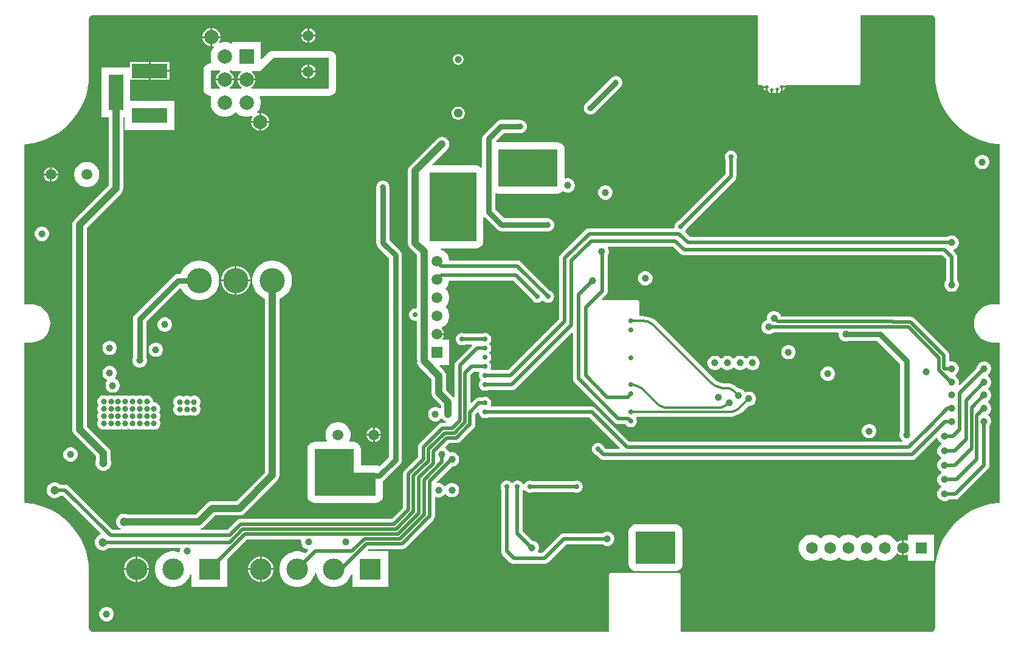
<source format=gbl>
G04*
G04 #@! TF.GenerationSoftware,Altium Limited,Altium Designer,24.5.2 (23)*
G04*
G04 Layer_Physical_Order=4*
G04 Layer_Color=16711680*
%FSLAX25Y25*%
%MOIN*%
G70*
G04*
G04 #@! TF.SameCoordinates,326569EC-AB97-4657-8C9B-8E87E8CDC543*
G04*
G04*
G04 #@! TF.FilePolarity,Positive*
G04*
G01*
G75*
%ADD17C,0.03937*%
%ADD125C,0.01320*%
%ADD127C,0.01968*%
%ADD129C,0.03150*%
%ADD132C,0.03937*%
%ADD135C,0.05906*%
%ADD136R,0.05906X0.05906*%
%ADD137C,0.05118*%
%ADD138C,0.13780*%
%ADD139C,0.06496*%
%ADD140R,0.06496X0.06496*%
%ADD141R,0.11811X0.11811*%
%ADD142C,0.11811*%
%ADD143R,0.19685X0.07874*%
%ADD144R,0.07874X0.19685*%
%ADD145C,0.07874*%
%ADD146R,0.07874X0.07874*%
%ADD147C,0.02000*%
%ADD148C,0.02756*%
%ADD149C,0.03150*%
%ADD150C,0.04724*%
G36*
X39370Y340312D02*
X404492D01*
Y303150D01*
X404570Y302759D01*
X404791Y302429D01*
X405122Y302208D01*
X405512Y302130D01*
X406957D01*
X407411Y301450D01*
X409391D01*
Y300950D01*
X409891D01*
Y298992D01*
X410050Y299058D01*
X410330Y298383D01*
X410893Y297820D01*
X411526Y297558D01*
Y299516D01*
X412526D01*
Y297558D01*
X413159Y297820D01*
X413567Y298229D01*
X413892Y297905D01*
X414525Y297642D01*
Y299600D01*
X415524D01*
Y297642D01*
X416157Y297905D01*
X416720Y298467D01*
X417025Y299202D01*
X417045Y299216D01*
X417090Y299197D01*
Y301155D01*
X417590D01*
Y301655D01*
X419659D01*
X419976Y302130D01*
X459646D01*
X460036Y302208D01*
X460367Y302429D01*
X460588Y302759D01*
X460665Y303150D01*
Y340312D01*
X499300D01*
X499315Y340312D01*
X500000Y340312D01*
X500657Y340207D01*
X500672Y340204D01*
X501241Y339824D01*
X501622Y339254D01*
X501625Y339239D01*
X501729Y338583D01*
X501741Y338523D01*
X501741Y337883D01*
X501743Y308057D01*
X501756Y307988D01*
X501736Y307571D01*
X501920Y303834D01*
X502469Y300132D01*
X503378Y296502D01*
X504638Y292979D01*
X506238Y289597D01*
X508162Y286387D01*
X510391Y283381D01*
X512904Y280609D01*
X515677Y278096D01*
X518682Y275867D01*
X521892Y273943D01*
X525275Y272343D01*
X528798Y271082D01*
X532428Y270173D01*
X536129Y269624D01*
X537162Y269573D01*
Y181735D01*
X533465D01*
X533465Y181735D01*
Y181735D01*
X533380Y181719D01*
X531827Y181596D01*
X530231Y181213D01*
X528713Y180585D01*
X527313Y179727D01*
X526064Y178660D01*
X524998Y177411D01*
X524140Y176011D01*
X523511Y174494D01*
X523128Y172897D01*
X522999Y171260D01*
X523128Y169623D01*
X523511Y168026D01*
X524140Y166509D01*
X524998Y165109D01*
X526064Y163860D01*
X527313Y162793D01*
X528713Y161935D01*
X530231Y161307D01*
X531827Y160923D01*
X533380Y160801D01*
X533465Y160784D01*
X537162D01*
Y72948D01*
X536130Y72897D01*
X532429Y72348D01*
X528798Y71439D01*
X525275Y70178D01*
X521892Y68578D01*
X518682Y66654D01*
X515676Y64425D01*
X512903Y61912D01*
X510390Y59139D01*
X508161Y56133D01*
X506237Y52923D01*
X504637Y49540D01*
X503376Y46016D01*
X502467Y42386D01*
X501918Y38685D01*
X501734Y34947D01*
X501755Y34530D01*
X501741Y34461D01*
Y3996D01*
X501729Y3937D01*
X501729D01*
X501625Y3280D01*
X501622Y3265D01*
X501241Y2696D01*
X500672Y2315D01*
X500066Y2195D01*
X500000Y2208D01*
X362240D01*
Y33465D01*
X362162Y33855D01*
X361941Y34185D01*
X361611Y34407D01*
X361221Y34484D01*
X323819D01*
X323429Y34407D01*
X323098Y34185D01*
X322877Y33855D01*
X322799Y33465D01*
Y2208D01*
X39370D01*
X39304Y2195D01*
X38698Y2315D01*
X38129Y2696D01*
X37748Y3265D01*
X37745Y3280D01*
X37641Y3937D01*
X37641D01*
X37629Y3996D01*
Y34461D01*
X37615Y34530D01*
X37636Y34947D01*
X37452Y38685D01*
X36903Y42386D01*
X35994Y46016D01*
X34733Y49540D01*
X33133Y52923D01*
X31209Y56133D01*
X28980Y59139D01*
X26467Y61912D01*
X23694Y64425D01*
X20688Y66654D01*
X17478Y68578D01*
X14095Y70178D01*
X10572Y71439D01*
X6942Y72348D01*
X3240Y72897D01*
X2208Y72948D01*
Y160784D01*
X5906D01*
X5906Y160784D01*
Y160784D01*
X5990Y160801D01*
X7543Y160923D01*
X9139Y161307D01*
X10657Y161935D01*
X12057Y162793D01*
X13306Y163860D01*
X14372Y165109D01*
X15230Y166509D01*
X15859Y168026D01*
X16242Y169623D01*
X16371Y171260D01*
X16242Y172897D01*
X15859Y174494D01*
X15230Y176011D01*
X14372Y177411D01*
X13306Y178660D01*
X12057Y179727D01*
X10657Y180585D01*
X9139Y181213D01*
X7543Y181596D01*
X5990Y181719D01*
X5906Y181735D01*
X2196D01*
Y269571D01*
X3240Y269623D01*
X6942Y270172D01*
X10572Y271081D01*
X14095Y272342D01*
X17478Y273942D01*
X20688Y275866D01*
X23694Y278095D01*
X26467Y280608D01*
X28980Y283381D01*
X31209Y286387D01*
X33133Y289597D01*
X34733Y292980D01*
X35994Y296503D01*
X36903Y300133D01*
X37452Y303835D01*
X37636Y307573D01*
X37615Y307990D01*
X37629Y308059D01*
Y338523D01*
X37641Y338583D01*
X37641D01*
X37745Y339239D01*
X37748Y339254D01*
X38129Y339824D01*
X38698Y340205D01*
X39304Y340325D01*
X39370Y340312D01*
D02*
G37*
%LPC*%
G36*
X158501Y333177D02*
X158480D01*
Y329724D01*
X161933D01*
Y329745D01*
X161664Y330750D01*
X161143Y331651D01*
X160407Y332387D01*
X159506Y332908D01*
X158501Y333177D01*
D02*
G37*
G36*
X157480D02*
X157460D01*
X156455Y332908D01*
X155553Y332387D01*
X154817Y331651D01*
X154297Y330750D01*
X154028Y329745D01*
Y329724D01*
X157480D01*
Y333177D01*
D02*
G37*
G36*
X105374Y333283D02*
X105225D01*
Y328846D01*
X109661D01*
Y328996D01*
X109325Y330252D01*
X108675Y331378D01*
X107756Y332297D01*
X106630Y332947D01*
X105374Y333283D01*
D02*
G37*
G36*
X104225D02*
X104074D01*
X102819Y332947D01*
X101693Y332297D01*
X100774Y331378D01*
X100124Y330252D01*
X99787Y328996D01*
Y328846D01*
X104225D01*
Y333283D01*
D02*
G37*
G36*
X161933Y328724D02*
X158480D01*
Y325272D01*
X158501D01*
X159506Y325541D01*
X160407Y326061D01*
X161143Y326797D01*
X161664Y327699D01*
X161933Y328704D01*
Y328724D01*
D02*
G37*
G36*
X157480D02*
X154028D01*
Y328704D01*
X154297Y327699D01*
X154817Y326797D01*
X155553Y326061D01*
X156455Y325541D01*
X157460Y325272D01*
X157480D01*
Y328724D01*
D02*
G37*
G36*
X104225Y327846D02*
X99787D01*
Y327696D01*
X100124Y326441D01*
X100774Y325315D01*
X101693Y324396D01*
X102819Y323746D01*
X104074Y323409D01*
X104225D01*
Y327846D01*
D02*
G37*
G36*
X240548Y319091D02*
X239767D01*
X239012Y318888D01*
X238335Y318497D01*
X237782Y317945D01*
X237391Y317268D01*
X237189Y316513D01*
Y315731D01*
X237391Y314976D01*
X237782Y314299D01*
X238335Y313747D01*
X239012Y313356D01*
X239767Y313154D01*
X240548D01*
X241303Y313356D01*
X241980Y313747D01*
X242533Y314299D01*
X242924Y314976D01*
X243126Y315731D01*
Y316513D01*
X242924Y317268D01*
X242533Y317945D01*
X241980Y318497D01*
X241303Y318888D01*
X240548Y319091D01*
D02*
G37*
G36*
X81709Y314779D02*
X71366D01*
Y310343D01*
X81709D01*
Y314779D01*
D02*
G37*
G36*
Y309343D02*
X71366D01*
Y304906D01*
X81709D01*
Y309343D01*
D02*
G37*
G36*
X419548Y300655D02*
X418090D01*
Y299197D01*
X418723Y299459D01*
X419286Y300022D01*
X419548Y300655D01*
D02*
G37*
G36*
X408891Y300450D02*
X407433D01*
X407695Y299817D01*
X408258Y299254D01*
X408891Y298992D01*
Y300450D01*
D02*
G37*
G36*
X326611Y307038D02*
X326379Y307008D01*
X326145D01*
X325919Y306947D01*
X325687Y306917D01*
X325470Y306827D01*
X325244Y306766D01*
X325041Y306649D01*
X324825Y306560D01*
X324639Y306417D01*
X324436Y306300D01*
X324270Y306134D01*
X324084Y305992D01*
X310090Y291997D01*
X309947Y291811D01*
X309782Y291646D01*
X309664Y291443D01*
X309522Y291257D01*
X309432Y291040D01*
X309315Y290838D01*
X309254Y290611D01*
X309165Y290395D01*
X309134Y290163D01*
X309074Y289936D01*
Y289702D01*
X309043Y289470D01*
X309074Y289238D01*
Y289003D01*
X309134Y288777D01*
X309165Y288545D01*
X309254Y288329D01*
X309315Y288102D01*
X309432Y287899D01*
X309522Y287683D01*
X309664Y287497D01*
X309782Y287294D01*
X309947Y287129D01*
X310090Y286943D01*
X310276Y286800D01*
X310441Y286635D01*
X310644Y286518D01*
X310830Y286375D01*
X311046Y286285D01*
X311249Y286168D01*
X311475Y286107D01*
X311692Y286018D01*
X311924Y285987D01*
X312150Y285927D01*
X312385D01*
X312617Y285896D01*
X312849Y285927D01*
X313083D01*
X313310Y285987D01*
X313542Y286018D01*
X313758Y286107D01*
X313984Y286168D01*
X314187Y286285D01*
X314404Y286375D01*
X314590Y286518D01*
X314792Y286635D01*
X314958Y286800D01*
X315144Y286943D01*
X329139Y300937D01*
X329281Y301123D01*
X329447Y301289D01*
X329564Y301492D01*
X329707Y301678D01*
X329796Y301894D01*
X329913Y302097D01*
X329974Y302323D01*
X330064Y302540D01*
X330094Y302772D01*
X330155Y302998D01*
Y303232D01*
X330185Y303465D01*
X330155Y303697D01*
Y303931D01*
X330094Y304157D01*
X330064Y304390D01*
X329974Y304606D01*
X329913Y304832D01*
X329796Y305035D01*
X329707Y305252D01*
X329564Y305437D01*
X329447Y305640D01*
X329281Y305806D01*
X329139Y305992D01*
X328953Y306134D01*
X328787Y306300D01*
X328584Y306417D01*
X328398Y306560D01*
X328182Y306649D01*
X327979Y306766D01*
X327753Y306827D01*
X327537Y306917D01*
X327304Y306947D01*
X327078Y307008D01*
X326844D01*
X326611Y307038D01*
D02*
G37*
G36*
X240626Y290193D02*
X239689D01*
X238784Y289950D01*
X237972Y289482D01*
X237310Y288819D01*
X236841Y288008D01*
X236598Y287102D01*
Y286165D01*
X236841Y285260D01*
X237310Y284449D01*
X237972Y283786D01*
X238784Y283317D01*
X239689Y283075D01*
X240626D01*
X241531Y283317D01*
X242343Y283786D01*
X243005Y284449D01*
X243474Y285260D01*
X243717Y286165D01*
Y287102D01*
X243474Y288008D01*
X243005Y288819D01*
X242343Y289482D01*
X241531Y289950D01*
X240626Y290193D01*
D02*
G37*
G36*
X132146Y286827D02*
X131996D01*
Y282390D01*
X136433D01*
Y282540D01*
X136097Y283795D01*
X135447Y284921D01*
X134527Y285840D01*
X133402Y286490D01*
X132146Y286827D01*
D02*
G37*
G36*
X109661Y327846D02*
X105225D01*
Y323409D01*
X105374D01*
X105918Y323555D01*
X106280Y322927D01*
X106089Y322736D01*
X105227Y321446D01*
X104633Y320013D01*
X104331Y318492D01*
Y316941D01*
X104633Y315420D01*
X104976Y314592D01*
X104587Y314010D01*
X104331D01*
X103303Y313875D01*
X102345Y313478D01*
X101523Y312847D01*
X100892Y312025D01*
X100495Y311067D01*
X100360Y310039D01*
Y300197D01*
X100495Y299169D01*
X100892Y298211D01*
X101523Y297389D01*
X102345Y296758D01*
X103303Y296361D01*
X104331Y296226D01*
X104587D01*
X104976Y295644D01*
X104633Y294816D01*
X104331Y293295D01*
Y291744D01*
X104633Y290223D01*
X105227Y288790D01*
X106089Y287500D01*
X107185Y286403D01*
X108475Y285542D01*
X109908Y284948D01*
X111429Y284646D01*
X112980D01*
X114502Y284948D01*
X115935Y285542D01*
X117224Y286403D01*
X118110Y287290D01*
X118996Y286403D01*
X120286Y285542D01*
X121719Y284948D01*
X123240Y284646D01*
X124791D01*
X126312Y284948D01*
X126891Y285188D01*
X127379Y284632D01*
X126895Y283795D01*
X126559Y282540D01*
Y282390D01*
X130996D01*
Y286827D01*
X130846D01*
X130303Y286681D01*
X129940Y287309D01*
X130132Y287500D01*
X130994Y288790D01*
X131587Y290223D01*
X131890Y291744D01*
Y293295D01*
X131587Y294816D01*
X131245Y295644D01*
X131633Y296226D01*
X169291D01*
X170319Y296361D01*
X171277Y296758D01*
X172099Y297389D01*
X172730Y298211D01*
X173127Y299169D01*
X173262Y300197D01*
Y316929D01*
X173127Y317957D01*
X172730Y318915D01*
X172099Y319737D01*
X171277Y320368D01*
X170319Y320765D01*
X169291Y320900D01*
X138780D01*
X138779Y320900D01*
X137752Y320765D01*
X136794Y320368D01*
X135972Y319737D01*
X132536Y316302D01*
X131890Y316570D01*
Y325590D01*
X116142D01*
Y325366D01*
X115442Y324899D01*
X114502Y325288D01*
X112980Y325590D01*
X111429D01*
X109908Y325288D01*
X109329Y325048D01*
X108842Y325604D01*
X109325Y326441D01*
X109661Y327696D01*
Y327846D01*
D02*
G37*
G36*
X70366Y314779D02*
X60024D01*
Y311811D01*
X44488D01*
Y284252D01*
X48391D01*
Y246920D01*
X29672Y228202D01*
X29041Y227379D01*
X28645Y226421D01*
X28509Y225394D01*
Y113189D01*
X28645Y112161D01*
X29041Y111204D01*
X29672Y110381D01*
X41607Y98447D01*
Y96501D01*
X41542Y96389D01*
X41247Y95288D01*
Y94147D01*
X41542Y93046D01*
X42112Y92058D01*
X42919Y91252D01*
X43906Y90682D01*
X45008Y90387D01*
X46148D01*
X47249Y90682D01*
X48237Y91252D01*
X49043Y92058D01*
X49613Y93046D01*
X49908Y94147D01*
Y95288D01*
X49613Y96389D01*
X49549Y96501D01*
Y100092D01*
X49413Y101119D01*
X49017Y102077D01*
X48386Y102899D01*
X36451Y114834D01*
Y223749D01*
X55170Y242468D01*
X55801Y243290D01*
X56198Y244248D01*
X56333Y245276D01*
Y284252D01*
X57087D01*
Y277559D01*
X84646D01*
Y293307D01*
X60236D01*
Y304906D01*
X70366D01*
Y309842D01*
Y314779D01*
D02*
G37*
G36*
X136433Y281390D02*
X131996D01*
Y276953D01*
X132146D01*
X133402Y277289D01*
X134527Y277939D01*
X135447Y278858D01*
X136097Y279984D01*
X136433Y281240D01*
Y281390D01*
D02*
G37*
G36*
X130996D02*
X126559D01*
Y281240D01*
X126895Y279984D01*
X127545Y278858D01*
X128465Y277939D01*
X129590Y277289D01*
X130846Y276953D01*
X130996D01*
Y281390D01*
D02*
G37*
G36*
X263600Y282922D02*
X262675Y282800D01*
X261813Y282443D01*
X261073Y281875D01*
X261073Y281875D01*
X254363Y275165D01*
X253795Y274425D01*
X253438Y273563D01*
X253316Y272638D01*
Y257158D01*
X252616Y256892D01*
X251986Y257376D01*
X251028Y257773D01*
X250000Y257908D01*
X226053D01*
X225785Y258555D01*
X234107Y266877D01*
X234266Y267084D01*
X234450Y267268D01*
X234580Y267493D01*
X234738Y267700D01*
X234838Y267940D01*
X234968Y268165D01*
X235035Y268417D01*
X235135Y268657D01*
X235169Y268915D01*
X235236Y269167D01*
Y269427D01*
X235270Y269685D01*
X235236Y269943D01*
Y270203D01*
X235169Y270455D01*
X235135Y270713D01*
X235035Y270953D01*
X234968Y271205D01*
X234838Y271430D01*
X234738Y271671D01*
X234580Y271877D01*
X234450Y272102D01*
X234266Y272286D01*
X234107Y272493D01*
X233901Y272651D01*
X233717Y272835D01*
X233491Y272966D01*
X233285Y273124D01*
X233044Y273224D01*
X232819Y273354D01*
X232568Y273421D01*
X232327Y273521D01*
X232069Y273555D01*
X231818Y273622D01*
X231557D01*
X231299Y273656D01*
X231041Y273622D01*
X230781D01*
X230529Y273555D01*
X230272Y273521D01*
X230031Y273421D01*
X229780Y273354D01*
X229554Y273224D01*
X229314Y273124D01*
X229107Y272966D01*
X228882Y272835D01*
X228698Y272651D01*
X228491Y272493D01*
X213727Y257729D01*
X213096Y256907D01*
X212700Y255949D01*
X212564Y254921D01*
Y215551D01*
X212700Y214523D01*
X213096Y213566D01*
X213727Y212743D01*
X217486Y208985D01*
Y179919D01*
X216976Y179527D01*
X216095D01*
X215244Y179299D01*
X214481Y178859D01*
X213858Y178236D01*
X213417Y177473D01*
X213189Y176622D01*
Y175741D01*
X213417Y174889D01*
X213858Y174126D01*
X214481Y173503D01*
X215244Y173063D01*
X216095Y172835D01*
X216976D01*
X217486Y172443D01*
Y150591D01*
X217621Y149563D01*
X218018Y148605D01*
X218649Y147783D01*
X225553Y140879D01*
Y133067D01*
X225688Y132039D01*
X226084Y131081D01*
X226715Y130259D01*
X230666Y126308D01*
Y124915D01*
X230444Y124823D01*
X229966Y124689D01*
X229133Y125170D01*
X228132Y125438D01*
X227095D01*
X226094Y125170D01*
X225196Y124652D01*
X224463Y123919D01*
X223945Y123021D01*
X223676Y122020D01*
Y120983D01*
X223945Y119982D01*
X224463Y119084D01*
X225196Y118351D01*
X226094Y117833D01*
X227095Y117564D01*
X228132D01*
X229133Y117833D01*
X230031Y118351D01*
X230626Y118946D01*
X230962Y119017D01*
X231053Y119011D01*
X231469Y118906D01*
X231487Y118876D01*
X231671Y118692D01*
X231830Y118485D01*
X232036Y118326D01*
X232220Y118142D01*
X232445Y118012D01*
X232652Y117854D01*
X232892Y117754D01*
X233118Y117624D01*
X233369Y117557D01*
X233193Y116872D01*
X231557D01*
X230786Y116771D01*
X230068Y116473D01*
X229451Y116000D01*
X229451Y116000D01*
X220335Y106884D01*
X218933Y105482D01*
X218460Y104865D01*
X218163Y104147D01*
X218061Y103376D01*
Y98095D01*
X210776Y90810D01*
X210303Y90193D01*
X210005Y89475D01*
X209904Y88704D01*
Y88597D01*
X209871Y88519D01*
X209770Y87748D01*
Y70237D01*
X203668Y64136D01*
X120852D01*
X120852Y64136D01*
X120081Y64034D01*
X119363Y63737D01*
X118746Y63263D01*
X113459Y57977D01*
X98790D01*
X98744Y58677D01*
X99008Y58711D01*
X99966Y59108D01*
X100788Y59739D01*
X106960Y65911D01*
X120079D01*
X121107Y66046D01*
X122064Y66443D01*
X122887Y67074D01*
X140918Y85106D01*
X141549Y85928D01*
X141946Y86886D01*
X142081Y87913D01*
Y184788D01*
X142266Y184848D01*
X143785Y185622D01*
X145163Y186624D01*
X146368Y187829D01*
X147370Y189207D01*
X148144Y190726D01*
X148670Y192347D01*
X148937Y194030D01*
Y195734D01*
X148670Y197417D01*
X148144Y199038D01*
X147370Y200556D01*
X146368Y201935D01*
X145163Y203140D01*
X143785Y204142D01*
X142266Y204915D01*
X140646Y205442D01*
X138962Y205709D01*
X137258D01*
X135575Y205442D01*
X133954Y204915D01*
X132436Y204142D01*
X131057Y203140D01*
X129852Y201935D01*
X128850Y200556D01*
X128077Y199038D01*
X127550Y197417D01*
X127284Y195734D01*
Y194030D01*
X127550Y192347D01*
X128077Y190726D01*
X128850Y189207D01*
X129852Y187829D01*
X131057Y186624D01*
X132436Y185622D01*
X133954Y184848D01*
X134139Y184788D01*
Y89558D01*
X118434Y73853D01*
X105315D01*
X104287Y73718D01*
X103330Y73321D01*
X102507Y72690D01*
X96335Y66518D01*
X58728D01*
X58617Y66583D01*
X57515Y66878D01*
X56375D01*
X55273Y66583D01*
X54286Y66013D01*
X53479Y65206D01*
X52909Y64219D01*
X52614Y63117D01*
Y61977D01*
X52909Y60875D01*
X53479Y59888D01*
X54286Y59082D01*
X54987Y58677D01*
X54800Y57977D01*
X50566D01*
X26712Y81830D01*
X26095Y82304D01*
X25377Y82601D01*
X24606Y82703D01*
X21847D01*
X21360Y83190D01*
X20372Y83760D01*
X19271Y84055D01*
X18131D01*
X17029Y83760D01*
X16042Y83190D01*
X15235Y82384D01*
X14665Y81396D01*
X14370Y80295D01*
Y79154D01*
X14665Y78053D01*
X15235Y77065D01*
X16042Y76259D01*
X17029Y75689D01*
X18131Y75394D01*
X19271D01*
X20372Y75689D01*
X21360Y76259D01*
X21847Y76746D01*
X23373D01*
X44116Y56003D01*
X43935Y55327D01*
X43633Y55246D01*
X42646Y54676D01*
X41840Y53870D01*
X41269Y52882D01*
X40974Y51781D01*
Y50640D01*
X41269Y49539D01*
X41840Y48551D01*
X42646Y47745D01*
X43633Y47175D01*
X44735Y46880D01*
X45875D01*
X46977Y47175D01*
X47964Y47745D01*
X48451Y48232D01*
X87399D01*
X87801Y47532D01*
X87598Y46778D01*
Y46198D01*
X86904Y45728D01*
X86532Y45882D01*
X84631Y46260D01*
X82692D01*
X80791Y45882D01*
X78999Y45140D01*
X77387Y44063D01*
X76016Y42692D01*
X74939Y41080D01*
X74197Y39288D01*
X73819Y37387D01*
Y35448D01*
X74197Y33546D01*
X74939Y31755D01*
X76016Y30143D01*
X77387Y28772D01*
X78999Y27695D01*
X80791Y26953D01*
X82692Y26575D01*
X84631D01*
X86532Y26953D01*
X88324Y27695D01*
X89936Y28772D01*
X91307Y30143D01*
X92384Y31755D01*
X93126Y33546D01*
X93819Y33443D01*
Y26575D01*
X113504D01*
Y42048D01*
X124297Y52841D01*
X153641D01*
X154178Y52141D01*
X154077Y51763D01*
Y50726D01*
X154345Y49725D01*
X154863Y48827D01*
X155596Y48094D01*
X156494Y47576D01*
X157495Y47307D01*
X157578D01*
X157868Y46607D01*
X156445Y45184D01*
X154761Y45882D01*
X152859Y46260D01*
X150920D01*
X149019Y45882D01*
X147228Y45140D01*
X145615Y44063D01*
X144245Y42692D01*
X143167Y41080D01*
X142426Y39288D01*
X142047Y37387D01*
Y35448D01*
X142426Y33546D01*
X143167Y31755D01*
X144245Y30143D01*
X145615Y28772D01*
X147228Y27695D01*
X149019Y26953D01*
X150920Y26575D01*
X152859D01*
X154761Y26953D01*
X156552Y27695D01*
X158164Y28772D01*
X159535Y30143D01*
X160612Y31755D01*
X161354Y33546D01*
X161533Y34446D01*
X162247D01*
X162425Y33546D01*
X163167Y31755D01*
X164245Y30143D01*
X165615Y28772D01*
X167228Y27695D01*
X169019Y26953D01*
X170920Y26575D01*
X172859D01*
X174761Y26953D01*
X176552Y27695D01*
X178164Y28772D01*
X179535Y30143D01*
X180612Y31755D01*
X181354Y33546D01*
X182047Y33443D01*
Y26575D01*
X201732D01*
Y46260D01*
X190701D01*
X190433Y46907D01*
X191028Y47502D01*
X209325D01*
X210095Y47604D01*
X210814Y47901D01*
X211431Y48374D01*
X225531Y62475D01*
X226486Y63429D01*
X226486Y63429D01*
X226959Y64046D01*
X227256Y64765D01*
X227358Y65535D01*
X227358Y65535D01*
Y75588D01*
X228058Y75990D01*
X228812Y75787D01*
X229849D01*
X230850Y76056D01*
X231748Y76574D01*
X232481Y77307D01*
X232655Y77608D01*
X233463D01*
X233565Y77432D01*
X234298Y76699D01*
X235196Y76180D01*
X236197Y75912D01*
X237233D01*
X238235Y76180D01*
X239133Y76699D01*
X239866Y77432D01*
X240384Y78329D01*
X240652Y79331D01*
Y80367D01*
X240384Y81369D01*
X239866Y82266D01*
X239133Y82999D01*
X238235Y83518D01*
X237233Y83786D01*
X236197D01*
X235196Y83518D01*
X234298Y82999D01*
X233565Y82266D01*
X233391Y81966D01*
X232583D01*
X232481Y82142D01*
X231748Y82875D01*
X230850Y83393D01*
X229849Y83661D01*
X228812D01*
X228478Y83572D01*
X228116Y84199D01*
X236692Y92776D01*
X237172D01*
X238173Y93044D01*
X239071Y93562D01*
X239804Y94295D01*
X240322Y95193D01*
X240590Y96194D01*
Y97231D01*
X240322Y98232D01*
X239804Y99130D01*
X239071Y99863D01*
X238173Y100381D01*
X237172Y100650D01*
X236135D01*
X235792Y100558D01*
X234968Y100929D01*
X234450Y101827D01*
X233717Y102560D01*
X233246Y102831D01*
X233116Y103691D01*
X235002Y105577D01*
X239191D01*
X239962Y105678D01*
X240680Y105976D01*
X241297Y106449D01*
X248058Y113210D01*
X248586Y113739D01*
X248586Y113739D01*
X249060Y114356D01*
X249357Y115074D01*
X249459Y115845D01*
Y121289D01*
X250875Y122705D01*
X251575Y122415D01*
Y122237D01*
X251803Y121386D01*
X252243Y120622D01*
X252867Y119999D01*
X253630Y119559D01*
X254481Y119331D01*
X255362D01*
X256213Y119559D01*
X256456Y119699D01*
X312113D01*
X327618Y104193D01*
X327619Y104193D01*
X328777Y103034D01*
X328509Y102388D01*
X321115D01*
X320120Y103383D01*
X320047Y103654D01*
X319607Y104417D01*
X318984Y105040D01*
X318221Y105481D01*
X317370Y105709D01*
X316489D01*
X315637Y105481D01*
X314874Y105040D01*
X314251Y104417D01*
X313811Y103654D01*
X313583Y102803D01*
Y101922D01*
X313811Y101070D01*
X314251Y100307D01*
X314874Y99684D01*
X315637Y99244D01*
X315908Y99171D01*
X317776Y97303D01*
X318393Y96830D01*
X319111Y96533D01*
X319882Y96431D01*
X319882Y96431D01*
X489173D01*
X489944Y96533D01*
X490662Y96830D01*
X491279Y97303D01*
X502330Y108354D01*
X503111Y108145D01*
X503221Y107732D01*
X503739Y106835D01*
X504472Y106102D01*
X505163Y105703D01*
X505207Y105563D01*
Y105066D01*
X505163Y104927D01*
X504472Y104528D01*
X503739Y103795D01*
X503221Y102898D01*
X502953Y101896D01*
Y100860D01*
X503221Y99858D01*
X503739Y98961D01*
X504472Y98228D01*
X505163Y97829D01*
X505207Y97689D01*
Y97192D01*
X505163Y97053D01*
X504472Y96654D01*
X503739Y95921D01*
X503221Y95024D01*
X502953Y94022D01*
Y92986D01*
X503221Y91984D01*
X503739Y91087D01*
X504472Y90354D01*
X505163Y89955D01*
X505207Y89815D01*
Y89318D01*
X505163Y89179D01*
X504472Y88780D01*
X503739Y88047D01*
X503221Y87150D01*
X502953Y86148D01*
Y85112D01*
X503221Y84110D01*
X503739Y83213D01*
X504472Y82480D01*
X505163Y82081D01*
X505207Y81941D01*
Y81444D01*
X505163Y81305D01*
X504472Y80906D01*
X503739Y80173D01*
X503221Y79276D01*
X502953Y78274D01*
Y77238D01*
X503221Y76236D01*
X503739Y75339D01*
X504472Y74606D01*
X505370Y74087D01*
X506371Y73819D01*
X507408D01*
X508409Y74087D01*
X509307Y74606D01*
X509479Y74778D01*
X512837D01*
X513608Y74879D01*
X514326Y75177D01*
X514943Y75650D01*
X530649Y91356D01*
X530649Y91356D01*
X531122Y91973D01*
X531420Y92691D01*
X531522Y93462D01*
Y114918D01*
X531694Y115091D01*
X532212Y115988D01*
X532480Y116990D01*
Y118026D01*
X532212Y119027D01*
X531694Y119925D01*
X530961Y120658D01*
X530842Y120727D01*
Y121427D01*
X530961Y121495D01*
X531694Y122228D01*
X532212Y123126D01*
X532480Y124127D01*
Y125164D01*
X532212Y126165D01*
X531694Y127063D01*
X530961Y127796D01*
X530678Y127959D01*
Y128659D01*
X530961Y128822D01*
X531694Y129555D01*
X532212Y130453D01*
X532480Y131454D01*
Y132491D01*
X532212Y133492D01*
X531694Y134390D01*
X531000Y135084D01*
X530920Y135236D01*
Y135756D01*
X531000Y135908D01*
X531694Y136602D01*
X532212Y137500D01*
X532480Y138501D01*
Y139538D01*
X532212Y140539D01*
X531694Y141437D01*
X530961Y142170D01*
X530670Y142338D01*
Y143146D01*
X530961Y143314D01*
X531694Y144047D01*
X532212Y144945D01*
X532480Y145946D01*
Y146983D01*
X532212Y147984D01*
X531694Y148882D01*
X530961Y149615D01*
X530063Y150133D01*
X529062Y150402D01*
X528025D01*
X527024Y150133D01*
X526126Y149615D01*
X525393Y148882D01*
X524875Y147984D01*
X524606Y146983D01*
Y146739D01*
X515125Y137258D01*
X514539Y137662D01*
X514764Y138501D01*
Y139538D01*
X514496Y140539D01*
X513977Y141437D01*
X513244Y142170D01*
X512953Y142338D01*
Y143146D01*
X513244Y143314D01*
X513977Y144047D01*
X514496Y144945D01*
X514764Y145946D01*
Y146983D01*
X514496Y147984D01*
X513977Y148882D01*
X513244Y149615D01*
X512346Y150133D01*
X511345Y150402D01*
X510308D01*
X510140Y150356D01*
X509585Y150783D01*
Y153665D01*
X509483Y154436D01*
X509186Y155154D01*
X508712Y155771D01*
X508712Y155771D01*
X490416Y174067D01*
X489799Y174540D01*
X489081Y174837D01*
X488310Y174939D01*
X479557D01*
X479117Y175121D01*
X478346Y175222D01*
X417191D01*
X417055Y175732D01*
X416536Y176630D01*
X415803Y177363D01*
X414906Y177881D01*
X413904Y178150D01*
X412867D01*
X411866Y177881D01*
X410968Y177363D01*
X410236Y176630D01*
X409717Y175732D01*
X409449Y174731D01*
Y173694D01*
X409596Y173143D01*
X408914Y172960D01*
X408016Y172442D01*
X407283Y171709D01*
X406764Y170811D01*
X406496Y169810D01*
Y168773D01*
X406764Y167772D01*
X407283Y166874D01*
X408016Y166141D01*
X408914Y165623D01*
X409915Y165354D01*
X410951D01*
X411953Y165623D01*
X412850Y166141D01*
X413023Y166313D01*
X448481D01*
X448819Y165873D01*
Y164836D01*
X449087Y163835D01*
X449606Y162937D01*
X450339Y162204D01*
X451236Y161686D01*
X452238Y161417D01*
X453274D01*
X454276Y161686D01*
X454440Y161781D01*
X469976D01*
X482647Y149110D01*
Y111920D01*
X482552Y111756D01*
X482283Y110755D01*
Y109718D01*
X482552Y108717D01*
X483070Y107819D01*
X483803Y107086D01*
X483909Y107025D01*
X483721Y106325D01*
X333911D01*
X331830Y108405D01*
X331830Y108405D01*
X315452Y124783D01*
X314836Y125256D01*
X314117Y125554D01*
X313347Y125655D01*
X258318D01*
X257968Y126262D01*
X258040Y126385D01*
X258268Y127237D01*
Y128118D01*
X258040Y128969D01*
X257599Y129732D01*
X256976Y130355D01*
X256213Y130796D01*
X255362Y131024D01*
X254481D01*
X253630Y130796D01*
X253387Y130655D01*
X251635D01*
X251635Y130655D01*
X251250Y130605D01*
X250864Y130554D01*
X250146Y130256D01*
X249529Y129783D01*
X247436Y127690D01*
X246789Y127958D01*
Y142886D01*
X248602Y144699D01*
X251524D01*
X251874Y144093D01*
X251803Y143969D01*
X251575Y143118D01*
Y142237D01*
X251803Y141385D01*
X252243Y140622D01*
X252689Y140177D01*
X252243Y139732D01*
X251803Y138969D01*
X251575Y138118D01*
Y137237D01*
X251803Y136386D01*
X252243Y135622D01*
X252867Y134999D01*
X253630Y134559D01*
X254481Y134331D01*
X255362D01*
X256213Y134559D01*
X256456Y134699D01*
X269567D01*
X270338Y134800D01*
X271056Y135098D01*
X271673Y135571D01*
X302477Y166376D01*
X303124Y166108D01*
Y140910D01*
X303226Y140139D01*
X303523Y139421D01*
X303996Y138804D01*
X325812Y116989D01*
X325812Y116989D01*
X326429Y116515D01*
X327147Y116218D01*
X327918Y116116D01*
X327918Y116116D01*
X331828D01*
X332114Y115622D01*
X332737Y114999D01*
X333500Y114559D01*
X334351Y114331D01*
X335232D01*
X336083Y114559D01*
X336846Y114999D01*
X337469Y115622D01*
X337910Y116385D01*
X338138Y117237D01*
Y118118D01*
X337910Y118969D01*
X337703Y119326D01*
X338108Y120026D01*
X388220D01*
Y120010D01*
X390202Y120166D01*
X392135Y120630D01*
X393971Y121390D01*
X395666Y122429D01*
X397177Y123720D01*
X397166Y123731D01*
X399419Y125984D01*
X400125D01*
X401126Y126253D01*
X402024Y126771D01*
X402757Y127504D01*
X403275Y128402D01*
X403543Y129403D01*
Y130440D01*
X403275Y131441D01*
X402757Y132339D01*
X402024Y133072D01*
X401126Y133590D01*
X400125Y133858D01*
X399088D01*
X398087Y133590D01*
X398004Y133542D01*
X397153Y133785D01*
X396851Y134307D01*
X396118Y135040D01*
X395220Y135558D01*
X394219Y135827D01*
X393861D01*
X393271Y136092D01*
X392028Y137112D01*
X390610Y137870D01*
X389072Y138337D01*
X387472Y138495D01*
Y138478D01*
X386032D01*
X385997Y138473D01*
X384597Y138611D01*
X383217Y139030D01*
X381945Y139710D01*
X380857Y140602D01*
X380836Y140630D01*
X349843Y171623D01*
X349854Y171634D01*
X348343Y172925D01*
X346648Y173964D01*
X344812Y174725D01*
X342879Y175189D01*
X340897Y175345D01*
Y175328D01*
X339602D01*
Y183071D01*
X339525Y183461D01*
X339304Y183792D01*
X338973Y184013D01*
X338583Y184090D01*
X319138D01*
X318870Y184737D01*
X321237Y187104D01*
X321711Y187721D01*
X322008Y188439D01*
X322110Y189210D01*
Y208319D01*
X322566Y209110D01*
X322835Y210112D01*
Y211148D01*
X322566Y212150D01*
X322158Y212857D01*
X322446Y213557D01*
X358018D01*
X362067Y209508D01*
X362067Y209508D01*
X362684Y209035D01*
X363402Y208737D01*
X364173Y208636D01*
X505656D01*
X507849Y206444D01*
Y195137D01*
X507676Y194965D01*
X507158Y194067D01*
X506890Y193066D01*
Y192029D01*
X507158Y191028D01*
X507676Y190130D01*
X508409Y189397D01*
X509307Y188879D01*
X510308Y188610D01*
X511345D01*
X512346Y188879D01*
X513244Y189397D01*
X513977Y190130D01*
X514496Y191028D01*
X514764Y192029D01*
Y193066D01*
X514496Y194067D01*
X513977Y194965D01*
X513805Y195137D01*
Y207677D01*
X513805Y207677D01*
X513703Y208448D01*
X513406Y209166D01*
X512933Y209783D01*
X511687Y211028D01*
X511897Y211809D01*
X512346Y211930D01*
X513244Y212448D01*
X513977Y213181D01*
X514496Y214079D01*
X514764Y215080D01*
Y216117D01*
X514496Y217118D01*
X513977Y218016D01*
X513244Y218749D01*
X512346Y219267D01*
X511345Y219535D01*
X510308D01*
X509307Y219267D01*
X508409Y218749D01*
X508237Y218577D01*
X367328D01*
X364693Y221211D01*
X364698Y222170D01*
X364882Y222355D01*
X365323Y223118D01*
X365396Y223389D01*
X391870Y249863D01*
X391870Y249863D01*
X392343Y250479D01*
X392640Y251198D01*
X392742Y251969D01*
X392742Y251969D01*
Y261261D01*
X392882Y261504D01*
X393110Y262355D01*
Y263236D01*
X392882Y264087D01*
X392442Y264850D01*
X391819Y265473D01*
X391055Y265914D01*
X390204Y266142D01*
X389323D01*
X388472Y265914D01*
X387709Y265473D01*
X387086Y264850D01*
X386645Y264087D01*
X386417Y263236D01*
Y262355D01*
X386645Y261504D01*
X386786Y261261D01*
Y253202D01*
X361184Y227600D01*
X360913Y227528D01*
X360150Y227087D01*
X359527Y226464D01*
X359086Y225701D01*
X358858Y224850D01*
Y223969D01*
X358461Y223451D01*
X312008D01*
X311237Y223349D01*
X310519Y223052D01*
X309902Y222578D01*
X296406Y209082D01*
X295933Y208466D01*
X295635Y207747D01*
X295534Y206976D01*
Y173599D01*
X267590Y145655D01*
X258318D01*
X257968Y146262D01*
X258040Y146386D01*
X258268Y147237D01*
Y148118D01*
X258040Y148969D01*
X257599Y149732D01*
X257154Y150177D01*
X257599Y150622D01*
X258040Y151385D01*
X258268Y152237D01*
Y153118D01*
X258040Y153969D01*
X257599Y154732D01*
X257154Y155177D01*
X257599Y155622D01*
X258040Y156386D01*
X258268Y157237D01*
Y158118D01*
X258040Y158969D01*
X257599Y159732D01*
X257154Y160177D01*
X257599Y160622D01*
X258040Y161386D01*
X258268Y162237D01*
Y163118D01*
X258040Y163969D01*
X257599Y164732D01*
X256976Y165355D01*
X256213Y165796D01*
X255362Y166024D01*
X254481D01*
X253630Y165796D01*
X253387Y165655D01*
X243660D01*
X243418Y165796D01*
X242566Y166024D01*
X241685D01*
X240834Y165796D01*
X240071Y165355D01*
X239448Y164732D01*
X239008Y163969D01*
X238779Y163118D01*
Y162237D01*
X239008Y161386D01*
X239448Y160622D01*
X240071Y159999D01*
X240834Y159559D01*
X241685Y159331D01*
X242566D01*
X243418Y159559D01*
X243660Y159699D01*
X247439D01*
X247706Y159052D01*
X241004Y152350D01*
X241004Y152350D01*
X239036Y150382D01*
X238562Y149765D01*
X238265Y149047D01*
X238163Y148276D01*
Y143701D01*
Y130975D01*
X237463Y130737D01*
X237445Y130761D01*
X233494Y134712D01*
Y142524D01*
X233359Y143552D01*
X232962Y144509D01*
X232331Y145332D01*
X229845Y147818D01*
X230113Y148465D01*
X235236D01*
Y162244D01*
X231741D01*
X231473Y162891D01*
X231509Y162927D01*
X232030Y163829D01*
X232299Y164834D01*
Y164854D01*
X228346D01*
Y165854D01*
X232299D01*
Y165875D01*
X232030Y166880D01*
X231509Y167781D01*
X231037Y168254D01*
X231154Y169060D01*
X231610Y169249D01*
X232738Y170003D01*
X233698Y170962D01*
X234452Y172091D01*
X234971Y173345D01*
X235236Y174676D01*
Y176033D01*
X234971Y177364D01*
X234452Y178618D01*
X233698Y179746D01*
X233090Y180354D01*
X233698Y180962D01*
X234452Y182091D01*
X234971Y183345D01*
X235236Y184676D01*
Y186033D01*
X234971Y187364D01*
X234452Y188618D01*
X233698Y189746D01*
X233090Y190354D01*
X233698Y190962D01*
X234452Y192091D01*
X234971Y193345D01*
X235236Y194676D01*
Y194856D01*
X270420D01*
X280274Y185003D01*
X280346Y184732D01*
X280787Y183969D01*
X281410Y183346D01*
X282173Y182905D01*
X283024Y182677D01*
X283905D01*
X284756Y182905D01*
X285519Y183346D01*
X285979Y183805D01*
X286417Y183906D01*
X286856Y183805D01*
X287315Y183346D01*
X288078Y182905D01*
X288930Y182677D01*
X289811D01*
X290662Y182905D01*
X291425Y183346D01*
X292048Y183969D01*
X292489Y184732D01*
X292717Y185583D01*
Y186464D01*
X292489Y187315D01*
X292048Y188078D01*
X291425Y188701D01*
X290662Y189142D01*
X290391Y189215D01*
X274744Y204862D01*
X274127Y205335D01*
X273409Y205633D01*
X272638Y205734D01*
X235236D01*
Y206033D01*
X234971Y207364D01*
X234452Y208618D01*
X233698Y209746D01*
X232738Y210706D01*
X231610Y211460D01*
X230633Y211864D01*
X230773Y212564D01*
X250000D01*
X251028Y212700D01*
X251986Y213096D01*
X252808Y213727D01*
X253439Y214550D01*
X253836Y215508D01*
X253971Y216535D01*
Y229284D01*
X254671Y229574D01*
X261404Y222841D01*
X262144Y222273D01*
X263006Y221916D01*
X263931Y221794D01*
X263931Y221794D01*
X289246D01*
X289478Y221824D01*
X289712D01*
X289938Y221885D01*
X290171Y221916D01*
X290387Y222005D01*
X290613Y222066D01*
X290816Y222183D01*
X291033Y222273D01*
X291218Y222415D01*
X291421Y222532D01*
X291587Y222698D01*
X291773Y222841D01*
X291915Y223026D01*
X292081Y223192D01*
X292198Y223395D01*
X292341Y223581D01*
X292430Y223797D01*
X292547Y224000D01*
X292608Y224226D01*
X292698Y224443D01*
X292728Y224675D01*
X292789Y224901D01*
Y225135D01*
X292819Y225368D01*
X292789Y225600D01*
Y225834D01*
X292728Y226061D01*
X292698Y226293D01*
X292608Y226509D01*
X292547Y226735D01*
X292430Y226938D01*
X292341Y227155D01*
X292198Y227341D01*
X292081Y227543D01*
X291915Y227709D01*
X291773Y227895D01*
X291587Y228037D01*
X291421Y228203D01*
X291218Y228320D01*
X291033Y228463D01*
X290816Y228552D01*
X290613Y228670D01*
X290387Y228730D01*
X290171Y228820D01*
X289938Y228850D01*
X289712Y228911D01*
X289478D01*
X289246Y228942D01*
X265412D01*
X260464Y233890D01*
Y242264D01*
X261046Y242653D01*
X261161Y242605D01*
X262189Y242470D01*
X294617D01*
X295644Y242605D01*
X296602Y243002D01*
X297425Y243633D01*
X297619Y243886D01*
X297779Y243897D01*
X298677Y243378D01*
X299678Y243110D01*
X300715D01*
X301716Y243378D01*
X302614Y243897D01*
X303347Y244630D01*
X303866Y245528D01*
X304134Y246529D01*
Y247566D01*
X303866Y248567D01*
X303347Y249465D01*
X302614Y250198D01*
X301716Y250716D01*
X300715Y250984D01*
X299678D01*
X299288Y250880D01*
X298588Y251417D01*
Y266732D01*
X298452Y267760D01*
X298056Y268718D01*
X297425Y269540D01*
X296602Y270171D01*
X295644Y270568D01*
X294617Y270703D01*
X262189D01*
X261556Y270620D01*
X260882Y271097D01*
X260833Y271190D01*
X260806Y271500D01*
X265081Y275774D01*
X274267D01*
X274499Y275805D01*
X274733D01*
X274959Y275866D01*
X275191Y275896D01*
X275408Y275986D01*
X275634Y276046D01*
X275837Y276164D01*
X276054Y276253D01*
X276239Y276396D01*
X276442Y276513D01*
X276608Y276678D01*
X276794Y276821D01*
X276936Y277007D01*
X277102Y277173D01*
X277219Y277376D01*
X277362Y277561D01*
X277451Y277778D01*
X277568Y277981D01*
X277629Y278207D01*
X277719Y278423D01*
X277749Y278656D01*
X277810Y278882D01*
Y279116D01*
X277840Y279348D01*
X277810Y279580D01*
Y279815D01*
X277749Y280041D01*
X277719Y280273D01*
X277629Y280490D01*
X277568Y280716D01*
X277451Y280919D01*
X277362Y281135D01*
X277219Y281321D01*
X277102Y281524D01*
X276936Y281690D01*
X276794Y281875D01*
X276608Y282018D01*
X276442Y282184D01*
X276239Y282301D01*
X276054Y282443D01*
X275837Y282533D01*
X275634Y282650D01*
X275408Y282711D01*
X275191Y282800D01*
X274959Y282831D01*
X274733Y282892D01*
X274499D01*
X274267Y282922D01*
X263600D01*
X263600Y282922D01*
D02*
G37*
G36*
X528077Y263779D02*
X527041D01*
X526039Y263511D01*
X525142Y262993D01*
X524409Y262260D01*
X523890Y261362D01*
X523622Y260361D01*
Y259324D01*
X523890Y258323D01*
X524409Y257425D01*
X525142Y256692D01*
X526039Y256174D01*
X527041Y255906D01*
X528077D01*
X529079Y256174D01*
X529976Y256692D01*
X530709Y257425D01*
X531228Y258323D01*
X531496Y259324D01*
Y260361D01*
X531228Y261362D01*
X530709Y262260D01*
X529976Y262993D01*
X529079Y263511D01*
X528077Y263779D01*
D02*
G37*
G36*
X17253Y256906D02*
X17232D01*
Y253453D01*
X20685D01*
Y253473D01*
X20416Y254479D01*
X19895Y255380D01*
X19159Y256116D01*
X18258Y256636D01*
X17253Y256906D01*
D02*
G37*
G36*
X16232D02*
X16212D01*
X15207Y256636D01*
X14305Y256116D01*
X13569Y255380D01*
X13049Y254479D01*
X12779Y253473D01*
Y253453D01*
X16232D01*
Y256906D01*
D02*
G37*
G36*
X20685Y252453D02*
X17232D01*
Y249000D01*
X17253D01*
X18258Y249269D01*
X19159Y249790D01*
X19895Y250526D01*
X20416Y251427D01*
X20685Y252432D01*
Y252453D01*
D02*
G37*
G36*
X16232D02*
X12779D01*
Y252432D01*
X13049Y251427D01*
X13569Y250526D01*
X14305Y249790D01*
X15207Y249269D01*
X16212Y249000D01*
X16232D01*
Y252453D01*
D02*
G37*
G36*
X37096Y259842D02*
X35739D01*
X34408Y259578D01*
X33154Y259058D01*
X32025Y258304D01*
X31066Y257345D01*
X30312Y256216D01*
X29792Y254962D01*
X29528Y253631D01*
Y252274D01*
X29792Y250943D01*
X30312Y249689D01*
X31066Y248561D01*
X32025Y247601D01*
X33154Y246847D01*
X34408Y246328D01*
X35739Y246063D01*
X37096D01*
X38427Y246328D01*
X39681Y246847D01*
X40809Y247601D01*
X41769Y248561D01*
X42523Y249689D01*
X43042Y250943D01*
X43307Y252274D01*
Y253631D01*
X43042Y254962D01*
X42523Y256216D01*
X41769Y257345D01*
X40809Y258304D01*
X39681Y259058D01*
X38427Y259578D01*
X37096Y259842D01*
D02*
G37*
G36*
X321385Y247047D02*
X320348D01*
X319346Y246779D01*
X318449Y246261D01*
X317716Y245528D01*
X317197Y244630D01*
X316929Y243629D01*
Y242592D01*
X317197Y241591D01*
X317716Y240693D01*
X318449Y239960D01*
X319346Y239441D01*
X320348Y239173D01*
X321385D01*
X322386Y239441D01*
X323284Y239960D01*
X324016Y240693D01*
X324535Y241591D01*
X324803Y242592D01*
Y243629D01*
X324535Y244630D01*
X324016Y245528D01*
X323284Y246261D01*
X322386Y246779D01*
X321385Y247047D01*
D02*
G37*
G36*
X12329Y224409D02*
X11293D01*
X10291Y224141D01*
X9394Y223623D01*
X8661Y222890D01*
X8142Y221992D01*
X7874Y220991D01*
Y219954D01*
X8142Y218953D01*
X8661Y218055D01*
X9394Y217322D01*
X10291Y216804D01*
X11293Y216535D01*
X12329D01*
X13331Y216804D01*
X14228Y217322D01*
X14961Y218055D01*
X15480Y218953D01*
X15748Y219954D01*
Y220991D01*
X15480Y221992D01*
X14961Y222890D01*
X14228Y223623D01*
X13331Y224141D01*
X12329Y224409D01*
D02*
G37*
G36*
X118887Y202772D02*
X118610D01*
Y195382D01*
X126000D01*
Y195659D01*
X125697Y197183D01*
X125102Y198619D01*
X124239Y199911D01*
X123140Y201010D01*
X121847Y201874D01*
X120412Y202468D01*
X118887Y202772D01*
D02*
G37*
G36*
X117610D02*
X117333D01*
X115809Y202468D01*
X114373Y201874D01*
X113081Y201010D01*
X111982Y199911D01*
X111118Y198619D01*
X110524Y197183D01*
X110221Y195659D01*
Y195382D01*
X117610D01*
Y202772D01*
D02*
G37*
G36*
X343286Y200000D02*
X342250D01*
X341248Y199732D01*
X340351Y199213D01*
X339618Y198480D01*
X339099Y197583D01*
X338831Y196581D01*
Y195545D01*
X339099Y194543D01*
X339618Y193646D01*
X340351Y192913D01*
X341248Y192394D01*
X342250Y192126D01*
X343286D01*
X344288Y192394D01*
X345185Y192913D01*
X345918Y193646D01*
X346437Y194543D01*
X346705Y195545D01*
Y196581D01*
X346437Y197583D01*
X345918Y198480D01*
X345185Y199213D01*
X344288Y199732D01*
X343286Y200000D01*
D02*
G37*
G36*
X126000Y194382D02*
X118610D01*
Y186992D01*
X118887D01*
X120412Y187295D01*
X121847Y187890D01*
X123140Y188753D01*
X124239Y189852D01*
X125102Y191145D01*
X125697Y192580D01*
X126000Y194105D01*
Y194382D01*
D02*
G37*
G36*
X117610D02*
X110221D01*
Y194105D01*
X110524Y192580D01*
X111118Y191145D01*
X111982Y189852D01*
X113081Y188753D01*
X114373Y187890D01*
X115809Y187295D01*
X117333Y186992D01*
X117610D01*
Y194382D01*
D02*
G37*
G36*
X98962Y205709D02*
X97258D01*
X95575Y205442D01*
X93954Y204915D01*
X92436Y204142D01*
X91057Y203140D01*
X89852Y201935D01*
X88850Y200556D01*
X88077Y199038D01*
X87888Y198456D01*
X86614D01*
X85689Y198334D01*
X84827Y197977D01*
X84087Y197409D01*
X62886Y176208D01*
X62318Y175468D01*
X61961Y174606D01*
X61839Y173681D01*
Y152648D01*
X61745Y152484D01*
X61476Y151483D01*
Y150446D01*
X61745Y149445D01*
X62263Y148547D01*
X62996Y147814D01*
X63894Y147296D01*
X64895Y147028D01*
X65932D01*
X66933Y147296D01*
X67831Y147814D01*
X68564Y148547D01*
X69082Y149445D01*
X69350Y150446D01*
Y151483D01*
X69082Y152484D01*
X68987Y152648D01*
Y172201D01*
X87434Y190648D01*
X88220Y190444D01*
X88850Y189207D01*
X89852Y187829D01*
X91057Y186624D01*
X92436Y185622D01*
X93954Y184848D01*
X95575Y184322D01*
X97258Y184055D01*
X98962D01*
X100645Y184322D01*
X102266Y184848D01*
X103785Y185622D01*
X105163Y186624D01*
X106368Y187829D01*
X107370Y189207D01*
X108144Y190726D01*
X108670Y192347D01*
X108937Y194030D01*
Y195734D01*
X108670Y197417D01*
X108144Y199038D01*
X107370Y200556D01*
X106368Y201935D01*
X105163Y203140D01*
X103785Y204142D01*
X102266Y204915D01*
X100645Y205442D01*
X98962Y205709D01*
D02*
G37*
G36*
X79711Y174587D02*
X78675D01*
X77673Y174318D01*
X76775Y173800D01*
X76042Y173067D01*
X75524Y172169D01*
X75256Y171168D01*
Y170131D01*
X75524Y169130D01*
X76042Y168232D01*
X76775Y167499D01*
X77673Y166981D01*
X78675Y166713D01*
X79711D01*
X80712Y166981D01*
X81610Y167499D01*
X82343Y168232D01*
X82862Y169130D01*
X83130Y170131D01*
Y171168D01*
X82862Y172169D01*
X82343Y173067D01*
X81610Y173800D01*
X80712Y174318D01*
X79711Y174587D01*
D02*
G37*
G36*
X49444Y161791D02*
X48408D01*
X47406Y161523D01*
X46509Y161005D01*
X45776Y160272D01*
X45257Y159374D01*
X44989Y158373D01*
Y157336D01*
X45257Y156335D01*
X45776Y155437D01*
X46509Y154704D01*
X47406Y154186D01*
X48408Y153917D01*
X49444D01*
X50446Y154186D01*
X51343Y154704D01*
X52076Y155437D01*
X52595Y156335D01*
X52863Y157336D01*
Y158373D01*
X52595Y159374D01*
X52076Y160272D01*
X51343Y161005D01*
X50446Y161523D01*
X49444Y161791D01*
D02*
G37*
G36*
X74790Y160807D02*
X73753D01*
X72752Y160539D01*
X71854Y160020D01*
X71121Y159287D01*
X70603Y158390D01*
X70335Y157388D01*
Y156352D01*
X70603Y155350D01*
X71121Y154453D01*
X71854Y153720D01*
X72752Y153201D01*
X73753Y152933D01*
X74790D01*
X75791Y153201D01*
X76689Y153720D01*
X77422Y154453D01*
X77940Y155350D01*
X78209Y156352D01*
Y157388D01*
X77940Y158390D01*
X77422Y159287D01*
X76689Y160020D01*
X75791Y160539D01*
X74790Y160807D01*
D02*
G37*
G36*
X402093Y153543D02*
X401056D01*
X400055Y153275D01*
X399157Y152757D01*
X398564Y152163D01*
X398130Y152080D01*
X397696Y152163D01*
X397102Y152757D01*
X396205Y153275D01*
X395203Y153543D01*
X394167D01*
X393165Y153275D01*
X392268Y152757D01*
X391674Y152163D01*
X391240Y152080D01*
X390807Y152163D01*
X390213Y152757D01*
X389315Y153275D01*
X388314Y153543D01*
X387277D01*
X386276Y153275D01*
X385378Y152757D01*
X384784Y152163D01*
X384350Y152080D01*
X383917Y152163D01*
X383323Y152757D01*
X382425Y153275D01*
X381424Y153543D01*
X380387D01*
X379386Y153275D01*
X378488Y152757D01*
X377755Y152024D01*
X377237Y151126D01*
X376969Y150125D01*
Y149088D01*
X377237Y148087D01*
X377755Y147189D01*
X378488Y146456D01*
X379386Y145938D01*
X380387Y145669D01*
X381424D01*
X382425Y145938D01*
X383323Y146456D01*
X383917Y147050D01*
X384350Y147133D01*
X384784Y147050D01*
X385378Y146456D01*
X386276Y145938D01*
X387277Y145669D01*
X388314D01*
X389315Y145938D01*
X390213Y146456D01*
X390807Y147050D01*
X391240Y147133D01*
X391674Y147050D01*
X392268Y146456D01*
X393165Y145938D01*
X394167Y145669D01*
X395203D01*
X396205Y145938D01*
X397102Y146456D01*
X397696Y147050D01*
X398130Y147133D01*
X398564Y147050D01*
X399157Y146456D01*
X400055Y145938D01*
X401056Y145669D01*
X402093D01*
X403094Y145938D01*
X403992Y146456D01*
X404725Y147189D01*
X405243Y148087D01*
X405512Y149088D01*
Y150125D01*
X405243Y151126D01*
X404725Y152024D01*
X403992Y152757D01*
X403094Y153275D01*
X402093Y153543D01*
D02*
G37*
G36*
X421778Y159449D02*
X420742D01*
X419740Y159180D01*
X418843Y158662D01*
X418110Y157929D01*
X417591Y157031D01*
X417323Y156030D01*
Y154993D01*
X417591Y153992D01*
X418110Y153094D01*
X418843Y152361D01*
X419740Y151843D01*
X420742Y151575D01*
X421778D01*
X422780Y151843D01*
X423677Y152361D01*
X424410Y153094D01*
X424929Y153992D01*
X425197Y154993D01*
Y156030D01*
X424929Y157031D01*
X424410Y157929D01*
X423677Y158662D01*
X422780Y159180D01*
X421778Y159449D01*
D02*
G37*
G36*
X443432Y147638D02*
X442395D01*
X441394Y147370D01*
X440496Y146851D01*
X439763Y146118D01*
X439245Y145220D01*
X438976Y144219D01*
Y143183D01*
X439245Y142181D01*
X439763Y141283D01*
X440496Y140550D01*
X441394Y140032D01*
X442395Y139764D01*
X443432D01*
X444433Y140032D01*
X445331Y140550D01*
X446064Y141283D01*
X446582Y142181D01*
X446850Y143183D01*
Y144219D01*
X446582Y145220D01*
X446064Y146118D01*
X445331Y146851D01*
X444433Y147370D01*
X443432Y147638D01*
D02*
G37*
G36*
X49444Y148012D02*
X48408D01*
X47406Y147743D01*
X46509Y147225D01*
X45776Y146492D01*
X45257Y145595D01*
X44989Y144593D01*
Y143556D01*
X45257Y142555D01*
X45776Y141657D01*
X46509Y140925D01*
X47347Y140440D01*
X47474Y140260D01*
X47618Y139722D01*
X47499Y139602D01*
X46981Y138705D01*
X46713Y137703D01*
Y136667D01*
X46981Y135665D01*
X47499Y134768D01*
X48232Y134035D01*
X49130Y133516D01*
X50131Y133248D01*
X51168D01*
X52169Y133516D01*
X53067Y134035D01*
X53800Y134768D01*
X54318Y135665D01*
X54587Y136667D01*
Y137703D01*
X54318Y138705D01*
X53800Y139602D01*
X53067Y140335D01*
X52228Y140820D01*
X52101Y141000D01*
X51957Y141538D01*
X52076Y141657D01*
X52595Y142555D01*
X52863Y143556D01*
Y144593D01*
X52595Y145595D01*
X52076Y146492D01*
X51343Y147225D01*
X50446Y147743D01*
X49444Y148012D01*
D02*
G37*
G36*
X69817Y131870D02*
X68884D01*
X67983Y131629D01*
X67382Y131282D01*
X66781Y131629D01*
X65880Y131870D01*
X64947D01*
X64046Y131629D01*
X63445Y131282D01*
X62844Y131629D01*
X61943Y131870D01*
X61010D01*
X60109Y131629D01*
X59508Y131282D01*
X58907Y131629D01*
X58006Y131870D01*
X57073D01*
X56172Y131629D01*
X55571Y131282D01*
X54970Y131629D01*
X54069Y131870D01*
X53136D01*
X52235Y131629D01*
X51634Y131282D01*
X51033Y131629D01*
X50132Y131870D01*
X49199D01*
X48298Y131629D01*
X47697Y131282D01*
X47096Y131629D01*
X46195Y131870D01*
X45262D01*
X44361Y131629D01*
X43553Y131162D01*
X42893Y130502D01*
X42426Y129694D01*
X42185Y128793D01*
Y127860D01*
X42426Y126959D01*
X42773Y126358D01*
X42426Y125757D01*
X42185Y124856D01*
Y123923D01*
X42426Y123022D01*
X42773Y122421D01*
X42426Y121820D01*
X42185Y120919D01*
Y119986D01*
X42426Y119085D01*
X42773Y118484D01*
X42426Y117883D01*
X42185Y116982D01*
Y116049D01*
X42426Y115148D01*
X42893Y114340D01*
X43553Y113680D01*
X44361Y113214D01*
X45262Y112972D01*
X46195D01*
X47096Y113214D01*
X47697Y113561D01*
X48298Y113214D01*
X49199Y112972D01*
X50132D01*
X51033Y113214D01*
X51634Y113561D01*
X52235Y113214D01*
X53136Y112972D01*
X54069D01*
X54970Y113214D01*
X55571Y113561D01*
X56172Y113214D01*
X57073Y112972D01*
X58006D01*
X58907Y113214D01*
X59508Y113561D01*
X60109Y113214D01*
X61010Y112972D01*
X61943D01*
X62844Y113214D01*
X63445Y113561D01*
X64046Y113214D01*
X64947Y112972D01*
X65880D01*
X66781Y113214D01*
X67382Y113561D01*
X67983Y113214D01*
X68884Y112972D01*
X69817D01*
X70718Y113214D01*
X71319Y113561D01*
X71920Y113214D01*
X72821Y112972D01*
X73754D01*
X74655Y113214D01*
X75463Y113680D01*
X76123Y114340D01*
X76589Y115148D01*
X76831Y116049D01*
Y116982D01*
X76589Y117883D01*
X76242Y118484D01*
X76589Y119085D01*
X76831Y119986D01*
Y120919D01*
X76589Y121820D01*
X76242Y122421D01*
X76589Y123022D01*
X76831Y123923D01*
Y124856D01*
X76589Y125757D01*
X76123Y126565D01*
X75463Y127225D01*
X74655Y127692D01*
X73754Y127933D01*
X72894D01*
Y128793D01*
X72652Y129694D01*
X72186Y130502D01*
X71526Y131162D01*
X70718Y131629D01*
X69817Y131870D01*
D02*
G37*
G36*
X95734Y131677D02*
X94801D01*
X93900Y131436D01*
X93299Y131089D01*
X92698Y131436D01*
X91797Y131677D01*
X90864D01*
X89963Y131436D01*
X89362Y131089D01*
X88761Y131436D01*
X87860Y131677D01*
X86927D01*
X86026Y131436D01*
X85218Y130969D01*
X84558Y130309D01*
X84092Y129501D01*
X83850Y128600D01*
Y127667D01*
X84092Y126766D01*
X84439Y126165D01*
X84092Y125565D01*
X83850Y124663D01*
Y123730D01*
X84092Y122829D01*
X84558Y122021D01*
X85218Y121361D01*
X86026Y120895D01*
X86927Y120653D01*
X87860D01*
X88761Y120895D01*
X89362Y121242D01*
X89963Y120895D01*
X90864Y120653D01*
X91797D01*
X92698Y120895D01*
X93300Y121242D01*
X93900Y120896D01*
X94801Y120654D01*
X95734D01*
X96635Y120896D01*
X97443Y121362D01*
X98103Y122022D01*
X98570Y122830D01*
X98811Y123731D01*
Y124664D01*
X98570Y125565D01*
X98223Y126166D01*
X98570Y126766D01*
X98811Y127667D01*
Y128600D01*
X98570Y129501D01*
X98103Y130309D01*
X97443Y130969D01*
X96635Y131436D01*
X95734Y131677D01*
D02*
G37*
G36*
X194418Y114189D02*
X194398D01*
Y110736D01*
X197850D01*
Y110757D01*
X197581Y111762D01*
X197061Y112663D01*
X196325Y113399D01*
X195423Y113920D01*
X194418Y114189D01*
D02*
G37*
G36*
X193398D02*
X193377D01*
X192372Y113920D01*
X191471Y113399D01*
X190735Y112663D01*
X190214Y111762D01*
X189945Y110757D01*
Y110736D01*
X193398D01*
Y114189D01*
D02*
G37*
G36*
X466070Y116142D02*
X465033D01*
X464032Y115873D01*
X463134Y115355D01*
X462401Y114622D01*
X461882Y113724D01*
X461614Y112723D01*
Y111686D01*
X461882Y110685D01*
X462401Y109787D01*
X463134Y109054D01*
X464032Y108536D01*
X465033Y108268D01*
X466070D01*
X467071Y108536D01*
X467969Y109054D01*
X468702Y109787D01*
X469220Y110685D01*
X469488Y111686D01*
Y112723D01*
X469220Y113724D01*
X468702Y114622D01*
X467969Y115355D01*
X467071Y115873D01*
X466070Y116142D01*
D02*
G37*
G36*
X197850Y109736D02*
X194398D01*
Y106283D01*
X194418D01*
X195423Y106553D01*
X196325Y107073D01*
X197061Y107809D01*
X197581Y108711D01*
X197850Y109716D01*
Y109736D01*
D02*
G37*
G36*
X193398D02*
X189945D01*
Y109716D01*
X190214Y108711D01*
X190735Y107809D01*
X191471Y107073D01*
X192372Y106553D01*
X193377Y106283D01*
X193398D01*
Y109736D01*
D02*
G37*
G36*
X28077Y103347D02*
X27041D01*
X26039Y103078D01*
X25142Y102560D01*
X24409Y101827D01*
X23890Y100929D01*
X23622Y99928D01*
Y98891D01*
X23890Y97890D01*
X24409Y96992D01*
X25142Y96259D01*
X26039Y95741D01*
X27041Y95473D01*
X28077D01*
X29079Y95741D01*
X29976Y96259D01*
X30709Y96992D01*
X31228Y97890D01*
X31496Y98891D01*
Y99928D01*
X31228Y100929D01*
X30709Y101827D01*
X29976Y102560D01*
X29079Y103078D01*
X28077Y103347D01*
D02*
G37*
G36*
X198819Y249637D02*
X198587Y249606D01*
X198352D01*
X198126Y249546D01*
X197894Y249515D01*
X197678Y249426D01*
X197451Y249365D01*
X197248Y249248D01*
X197032Y249158D01*
X196846Y249015D01*
X196643Y248898D01*
X196478Y248733D01*
X196292Y248590D01*
X196149Y248404D01*
X195984Y248239D01*
X195867Y248036D01*
X195724Y247850D01*
X195634Y247634D01*
X195517Y247431D01*
X195456Y247204D01*
X195367Y246988D01*
X195336Y246756D01*
X195276Y246530D01*
Y246295D01*
X195245Y246063D01*
Y215551D01*
X195367Y214626D01*
X195724Y213764D01*
X196292Y213024D01*
X202135Y207181D01*
Y97937D01*
X197058Y92860D01*
X196867Y93006D01*
X195910Y93403D01*
X194882Y93538D01*
X186664D01*
Y102362D01*
X186529Y103390D01*
X186132Y104348D01*
X185501Y105170D01*
X184678Y105801D01*
X183721Y106198D01*
X182693Y106333D01*
X180633D01*
X180513Y106559D01*
X180343Y107033D01*
X180838Y108227D01*
X181102Y109558D01*
Y110915D01*
X180838Y112246D01*
X180318Y113500D01*
X179564Y114628D01*
X178605Y115588D01*
X177476Y116342D01*
X176222Y116861D01*
X174891Y117126D01*
X173534D01*
X172203Y116861D01*
X170949Y116342D01*
X169821Y115588D01*
X168861Y114628D01*
X168107Y113500D01*
X167588Y112246D01*
X167323Y110915D01*
Y109558D01*
X167588Y108227D01*
X168082Y107033D01*
X167913Y106559D01*
X167792Y106333D01*
X161417D01*
X160390Y106198D01*
X159432Y105801D01*
X158609Y105170D01*
X157978Y104348D01*
X157582Y103390D01*
X157446Y102362D01*
Y76772D01*
X157582Y75744D01*
X157978Y74786D01*
X158609Y73964D01*
X159432Y73333D01*
X160390Y72936D01*
X161417Y72801D01*
X194882D01*
X195910Y72936D01*
X196867Y73333D01*
X197690Y73964D01*
X198321Y74786D01*
X198718Y75744D01*
X198853Y76772D01*
Y84669D01*
X199378Y85071D01*
X208236Y93930D01*
X208236Y93930D01*
X208804Y94670D01*
X209161Y95532D01*
X209282Y96457D01*
X209282Y96457D01*
Y208661D01*
X209161Y209586D01*
X208804Y210448D01*
X208236Y211189D01*
X202393Y217032D01*
Y246063D01*
X202362Y246295D01*
Y246530D01*
X202302Y246756D01*
X202271Y246988D01*
X202181Y247204D01*
X202121Y247431D01*
X202004Y247634D01*
X201914Y247850D01*
X201771Y248036D01*
X201654Y248239D01*
X201489Y248404D01*
X201346Y248590D01*
X201160Y248733D01*
X200994Y248898D01*
X200792Y249015D01*
X200606Y249158D01*
X200390Y249248D01*
X200187Y249365D01*
X199960Y249426D01*
X199744Y249515D01*
X199512Y249546D01*
X199285Y249606D01*
X199051D01*
X198819Y249637D01*
D02*
G37*
G36*
X305559Y85039D02*
X304678D01*
X303826Y84811D01*
X303584Y84671D01*
X281062D01*
X280819Y84811D01*
X279968Y85039D01*
X279087D01*
X278236Y84811D01*
X277473Y84371D01*
X276850Y83748D01*
X276458Y83069D01*
X276083Y83023D01*
X275707Y83069D01*
X275316Y83748D01*
X274693Y84371D01*
X273930Y84811D01*
X273078Y85039D01*
X272197D01*
X271346Y84811D01*
X270583Y84371D01*
X270124Y83912D01*
X269685Y83811D01*
X269246Y83912D01*
X268787Y84371D01*
X268024Y84811D01*
X267173Y85039D01*
X266292D01*
X265441Y84811D01*
X264678Y84371D01*
X264054Y83748D01*
X263614Y82985D01*
X263386Y82134D01*
Y81252D01*
X263614Y80401D01*
X263754Y80159D01*
Y46260D01*
X263856Y45489D01*
X264153Y44771D01*
X264626Y44154D01*
X268563Y40217D01*
X268563Y40217D01*
X269180Y39744D01*
X269899Y39446D01*
X270669Y39345D01*
X270669Y39345D01*
X287402D01*
X288172Y39446D01*
X288891Y39744D01*
X289508Y40217D01*
X299462Y50171D01*
X319261D01*
X319433Y49999D01*
X320331Y49481D01*
X321332Y49213D01*
X322369D01*
X323370Y49481D01*
X324268Y49999D01*
X325001Y50732D01*
X325519Y51630D01*
X325787Y52631D01*
Y53668D01*
X325519Y54669D01*
X325001Y55567D01*
X324268Y56300D01*
X323370Y56818D01*
X322369Y57087D01*
X321332D01*
X320331Y56818D01*
X319433Y56300D01*
X319261Y56128D01*
X298228D01*
X298228Y56128D01*
X297458Y56026D01*
X296739Y55729D01*
X296122Y55256D01*
X286168Y45301D01*
X284060D01*
X283772Y46001D01*
X284180Y46709D01*
X284449Y47710D01*
Y48747D01*
X284180Y49748D01*
X283662Y50646D01*
X282929Y51379D01*
X282031Y51897D01*
X281030Y52165D01*
X280787D01*
X275616Y57336D01*
Y79884D01*
X275841Y80050D01*
X276713Y79876D01*
X276850Y79638D01*
X277473Y79015D01*
X278236Y78575D01*
X279087Y78347D01*
X279968D01*
X280819Y78575D01*
X281062Y78715D01*
X303584D01*
X303826Y78575D01*
X304678Y78347D01*
X305559D01*
X306410Y78575D01*
X307173Y79015D01*
X307796Y79638D01*
X308237Y80401D01*
X308465Y81252D01*
Y82134D01*
X308237Y82985D01*
X307796Y83748D01*
X307173Y84371D01*
X306410Y84811D01*
X305559Y85039D01*
D02*
G37*
G36*
X474763Y55413D02*
X473348D01*
X471959Y55137D01*
X470652Y54596D01*
X469475Y53809D01*
X469055Y53390D01*
X468635Y53809D01*
X467458Y54596D01*
X466151Y55137D01*
X464763Y55413D01*
X463347D01*
X461959Y55137D01*
X460652Y54596D01*
X459475Y53809D01*
X459055Y53390D01*
X458635Y53809D01*
X457458Y54596D01*
X456151Y55137D01*
X454763Y55413D01*
X453347D01*
X451959Y55137D01*
X450652Y54596D01*
X449475Y53809D01*
X449055Y53390D01*
X448635Y53809D01*
X447459Y54596D01*
X446151Y55137D01*
X444763Y55413D01*
X443348D01*
X441959Y55137D01*
X440652Y54596D01*
X439475Y53809D01*
X439055Y53390D01*
X438635Y53809D01*
X437459Y54596D01*
X436151Y55137D01*
X434763Y55413D01*
X433348D01*
X431959Y55137D01*
X430652Y54596D01*
X429475Y53809D01*
X428474Y52809D01*
X427688Y51632D01*
X427146Y50324D01*
X426870Y48936D01*
Y47521D01*
X427146Y46132D01*
X427688Y44825D01*
X428474Y43648D01*
X429475Y42647D01*
X430652Y41861D01*
X431959Y41319D01*
X433348Y41043D01*
X434763D01*
X436151Y41319D01*
X437459Y41861D01*
X438635Y42647D01*
X439055Y43067D01*
X439475Y42647D01*
X440652Y41861D01*
X441959Y41319D01*
X443348Y41043D01*
X444763D01*
X446151Y41319D01*
X447459Y41861D01*
X448635Y42647D01*
X449055Y43067D01*
X449475Y42647D01*
X450652Y41861D01*
X451959Y41319D01*
X453347Y41043D01*
X454763D01*
X456151Y41319D01*
X457458Y41861D01*
X458635Y42647D01*
X459055Y43067D01*
X459475Y42647D01*
X460652Y41861D01*
X461959Y41319D01*
X463347Y41043D01*
X464763D01*
X466151Y41319D01*
X467458Y41861D01*
X468635Y42647D01*
X469055Y43067D01*
X469475Y42647D01*
X470652Y41861D01*
X471959Y41319D01*
X473348Y41043D01*
X474763D01*
X476151Y41319D01*
X477458Y41861D01*
X478635Y42647D01*
X479636Y43648D01*
X480422Y44825D01*
X480483Y44970D01*
X481169Y45107D01*
X481447Y44829D01*
X482415Y44270D01*
X483496Y43980D01*
X483555D01*
Y48228D01*
Y52476D01*
X483496D01*
X482415Y52187D01*
X481447Y51628D01*
X481169Y51350D01*
X480483Y51486D01*
X480422Y51632D01*
X479636Y52809D01*
X478635Y53809D01*
X477458Y54596D01*
X476151Y55137D01*
X474763Y55413D01*
D02*
G37*
G36*
X501240D02*
X486870D01*
Y52317D01*
X486170Y51912D01*
X485695Y52187D01*
X484614Y52476D01*
X484555D01*
Y48228D01*
Y43980D01*
X484614D01*
X485695Y44270D01*
X486170Y44544D01*
X486870Y44140D01*
Y41043D01*
X501240D01*
Y55413D01*
D02*
G37*
G36*
X64341Y43323D02*
X64161D01*
Y36917D01*
X70567D01*
Y37097D01*
X70302Y38432D01*
X69781Y39688D01*
X69025Y40819D01*
X68063Y41781D01*
X66932Y42537D01*
X65676Y43058D01*
X64341Y43323D01*
D02*
G37*
G36*
X132570D02*
X132390D01*
Y36917D01*
X138795D01*
Y37097D01*
X138530Y38432D01*
X138009Y39688D01*
X137254Y40819D01*
X136292Y41781D01*
X135161Y42537D01*
X133904Y43058D01*
X132570Y43323D01*
D02*
G37*
G36*
X131390D02*
X131210D01*
X129876Y43058D01*
X128619Y42537D01*
X127488Y41781D01*
X126526Y40819D01*
X125770Y39688D01*
X125250Y38432D01*
X124984Y37097D01*
Y36917D01*
X131390D01*
Y43323D01*
D02*
G37*
G36*
X63161D02*
X62981D01*
X61647Y43058D01*
X60390Y42537D01*
X59259Y41781D01*
X58298Y40819D01*
X57542Y39688D01*
X57021Y38432D01*
X56756Y37097D01*
Y36917D01*
X63161D01*
Y43323D01*
D02*
G37*
G36*
X359252Y61058D02*
X337598D01*
X336571Y60922D01*
X335613Y60526D01*
X334790Y59895D01*
X334159Y59072D01*
X333763Y58114D01*
X333627Y57087D01*
Y39370D01*
X333763Y38342D01*
X334159Y37385D01*
X334790Y36562D01*
X335613Y35931D01*
X336571Y35534D01*
X337598Y35399D01*
X359252D01*
X360280Y35534D01*
X361238Y35931D01*
X362060Y36562D01*
X362691Y37385D01*
X363088Y38342D01*
X363223Y39370D01*
Y57087D01*
X363088Y58114D01*
X362691Y59072D01*
X362060Y59895D01*
X361238Y60526D01*
X360280Y60922D01*
X359252Y61058D01*
D02*
G37*
G36*
X138795Y35917D02*
X132390D01*
Y29512D01*
X132570D01*
X133904Y29777D01*
X135161Y30298D01*
X136292Y31054D01*
X137254Y32015D01*
X138009Y33146D01*
X138530Y34403D01*
X138795Y35737D01*
Y35917D01*
D02*
G37*
G36*
X131390D02*
X124984D01*
Y35737D01*
X125250Y34403D01*
X125770Y33146D01*
X126526Y32015D01*
X127488Y31054D01*
X128619Y30298D01*
X129876Y29777D01*
X131210Y29512D01*
X131390D01*
Y35917D01*
D02*
G37*
G36*
X70567D02*
X64161D01*
Y29512D01*
X64341D01*
X65676Y29777D01*
X66932Y30298D01*
X68063Y31054D01*
X69025Y32015D01*
X69781Y33146D01*
X70302Y34403D01*
X70567Y35737D01*
Y35917D01*
D02*
G37*
G36*
X63161D02*
X56756D01*
Y35737D01*
X57021Y34403D01*
X57542Y33146D01*
X58298Y32015D01*
X59259Y31054D01*
X60390Y30298D01*
X61647Y29777D01*
X62981Y29512D01*
X63161D01*
Y35917D01*
D02*
G37*
G36*
X47762Y15748D02*
X46726D01*
X45724Y15480D01*
X44827Y14961D01*
X44094Y14228D01*
X43575Y13331D01*
X43307Y12329D01*
Y11293D01*
X43575Y10291D01*
X44094Y9394D01*
X44827Y8661D01*
X45724Y8142D01*
X46726Y7874D01*
X47762D01*
X48764Y8142D01*
X49661Y8661D01*
X50394Y9394D01*
X50913Y10291D01*
X51181Y11293D01*
Y12329D01*
X50913Y13331D01*
X50394Y14228D01*
X49661Y14961D01*
X48764Y15480D01*
X47762Y15748D01*
D02*
G37*
%LPD*%
G36*
X169291Y300197D02*
X126766D01*
X126578Y300897D01*
X127047Y301167D01*
X127966Y302087D01*
X128616Y303212D01*
X128953Y304468D01*
Y304618D01*
X124016D01*
X119079D01*
Y304468D01*
X119415Y303212D01*
X120065Y302087D01*
X120984Y301167D01*
X121453Y300897D01*
X121266Y300197D01*
X114955D01*
X114767Y300897D01*
X115236Y301167D01*
X116155Y302087D01*
X116805Y303212D01*
X117142Y304468D01*
Y304618D01*
X112205D01*
X107268D01*
Y304468D01*
X107604Y303212D01*
X108254Y302087D01*
X109173Y301167D01*
X109642Y300897D01*
X109455Y300197D01*
X104331D01*
Y310039D01*
X109455D01*
X109642Y309339D01*
X109173Y309069D01*
X108254Y308150D01*
X107604Y307024D01*
X107268Y305768D01*
Y305618D01*
X112205D01*
X117142D01*
Y305768D01*
X116805Y307024D01*
X116155Y308150D01*
X115236Y309069D01*
X114767Y309339D01*
X114955Y310039D01*
X116142D01*
Y309842D01*
X120925D01*
X121112Y309142D01*
X120984Y309069D01*
X120065Y308150D01*
X119415Y307024D01*
X119079Y305768D01*
Y305618D01*
X124016D01*
X128953D01*
Y305768D01*
X128616Y307024D01*
X127966Y308150D01*
X127047Y309069D01*
X126919Y309142D01*
X127107Y309842D01*
X131890D01*
Y310039D01*
X138779Y316929D01*
X169291D01*
Y300197D01*
D02*
G37*
%LPC*%
G36*
X158501Y313492D02*
X158480D01*
Y310039D01*
X161933D01*
Y310060D01*
X161664Y311065D01*
X161143Y311966D01*
X160407Y312702D01*
X159506Y313223D01*
X158501Y313492D01*
D02*
G37*
G36*
X157480D02*
X157460D01*
X156455Y313223D01*
X155553Y312702D01*
X154817Y311966D01*
X154297Y311065D01*
X154028Y310060D01*
Y310039D01*
X157480D01*
Y313492D01*
D02*
G37*
G36*
X161933Y309039D02*
X158480D01*
Y305587D01*
X158501D01*
X159506Y305856D01*
X160407Y306376D01*
X161143Y307112D01*
X161664Y308014D01*
X161933Y309019D01*
Y309039D01*
D02*
G37*
G36*
X157480D02*
X154028D01*
Y309019D01*
X154297Y308014D01*
X154817Y307112D01*
X155553Y306376D01*
X156455Y305856D01*
X157460Y305587D01*
X157480D01*
Y309039D01*
D02*
G37*
%LPD*%
G36*
X294617Y246441D02*
X262189D01*
Y266732D01*
X294617D01*
Y246441D01*
D02*
G37*
G36*
X250000Y216535D02*
X224410D01*
Y253937D01*
X250000D01*
Y216535D01*
D02*
G37*
G36*
X182693Y89567D02*
X194882D01*
Y76772D01*
X161417D01*
Y102362D01*
X182693D01*
Y89567D01*
D02*
G37*
G36*
X359252Y39370D02*
X337598D01*
Y57087D01*
X359252D01*
Y39370D01*
D02*
G37*
D17*
X47244Y11811D02*
D03*
X527559Y259842D02*
D03*
X11811Y220472D02*
D03*
X240158Y316122D02*
D03*
X313976Y194882D02*
D03*
X178356Y51552D02*
D03*
X158014Y51244D02*
D03*
X91535Y46260D02*
D03*
X348425Y230315D02*
D03*
X341535D02*
D03*
X348425Y236221D02*
D03*
X341535D02*
D03*
X342768Y196063D02*
D03*
X231299Y99410D02*
D03*
X510827Y117508D02*
D03*
Y124646D02*
D03*
Y131972D02*
D03*
Y146465D02*
D03*
Y139020D02*
D03*
X410433Y169291D02*
D03*
X413386Y174213D02*
D03*
X506890Y109252D02*
D03*
Y101378D02*
D03*
Y93504D02*
D03*
Y85630D02*
D03*
Y77756D02*
D03*
X528543Y117508D02*
D03*
Y124646D02*
D03*
Y131972D02*
D03*
Y139020D02*
D03*
Y146465D02*
D03*
X27559Y99410D02*
D03*
X8858Y104331D02*
D03*
X236715Y79849D02*
D03*
X229331Y79724D02*
D03*
X380906Y72835D02*
D03*
X318898Y210630D02*
D03*
X380906Y149606D02*
D03*
X387795D02*
D03*
X394685D02*
D03*
X401575D02*
D03*
X388797Y127716D02*
D03*
X399606Y129921D02*
D03*
X393701Y131890D02*
D03*
X382874Y130905D02*
D03*
X321850Y53150D02*
D03*
X280512Y48228D02*
D03*
X236653Y96713D02*
D03*
X227613Y121502D02*
D03*
X234637Y121293D02*
D03*
X231299Y269685D02*
D03*
X340551Y54134D02*
D03*
X344488D02*
D03*
X348425D02*
D03*
X352362D02*
D03*
X356299D02*
D03*
X340551Y50197D02*
D03*
X344488D02*
D03*
X348425D02*
D03*
X352362D02*
D03*
X356299D02*
D03*
X340551Y46260D02*
D03*
X344488D02*
D03*
X348425D02*
D03*
X352362D02*
D03*
X356299D02*
D03*
Y42323D02*
D03*
X352362D02*
D03*
X348425D02*
D03*
X344488D02*
D03*
X340551D02*
D03*
X300197Y247047D02*
D03*
X320866Y243110D02*
D03*
X510827Y192547D02*
D03*
Y215598D02*
D03*
X486221Y110236D02*
D03*
X421260Y155512D02*
D03*
X496673Y144685D02*
D03*
X452756Y165354D02*
D03*
X476318Y147074D02*
D03*
X463522D02*
D03*
X442913Y143701D02*
D03*
X465551Y112205D02*
D03*
X74272Y156870D02*
D03*
X48926Y157854D02*
D03*
X79193Y170650D02*
D03*
X50650Y137185D02*
D03*
X48926Y144075D02*
D03*
X65413Y150965D02*
D03*
D125*
X388220Y122677D02*
X389200Y122725D01*
X390171Y122869D01*
X391123Y123108D01*
X392047Y123438D01*
X392934Y123858D01*
X393776Y124363D01*
X394564Y124947D01*
X395291Y125606D01*
X348449Y127929D02*
X349176Y127270D01*
X349964Y126685D01*
X350806Y126181D01*
X351693Y125761D01*
X352617Y125431D01*
X353569Y125192D01*
X354540Y125048D01*
X355520Y125000D01*
X382239D02*
X383278Y125058D01*
X384303Y125233D01*
X385302Y125520D01*
X386263Y125918D01*
X387173Y126421D01*
X388021Y127023D01*
X388797Y127716D01*
X341465Y134913D02*
X340676Y135618D01*
X339813Y136231D01*
X338886Y136742D01*
X337909Y137147D01*
X336892Y137441D01*
X335848Y137618D01*
X334791Y137677D01*
X391385Y134206D02*
X390546Y134894D01*
X389589Y135406D01*
X388551Y135720D01*
X387472Y135827D01*
X378961Y138756D02*
X379688Y138097D01*
X380476Y137512D01*
X381318Y137008D01*
X382205Y136588D01*
X383129Y136257D01*
X384081Y136019D01*
X385052Y135875D01*
X386032Y135827D01*
X347968Y169748D02*
X347241Y170407D01*
X346453Y170992D01*
X345611Y171496D01*
X344724Y171916D01*
X343800Y172247D01*
X342848Y172485D01*
X341877Y172629D01*
X340897Y172677D01*
X334791D02*
X340897D01*
X334791Y122677D02*
X388220D01*
X395291Y125606D02*
X399606Y129921D01*
X355520Y125000D02*
X382239D01*
X341465Y134913D02*
X348449Y127929D01*
X386032Y135827D02*
X387472D01*
X391385Y134206D02*
X393701Y131890D01*
X347968Y169748D02*
X378961Y138756D01*
D127*
X242126Y162677D02*
X254921D01*
X212882Y88704D02*
X221039Y96862D01*
Y103376D02*
X222441Y104778D01*
X231557Y113894D01*
X221039Y96862D02*
Y103376D01*
X212748Y69003D02*
Y87748D01*
X212882Y87882D01*
Y88704D01*
X215551Y68032D02*
Y87598D01*
X206008Y58488D02*
X215551Y68032D01*
Y87598D02*
X223709Y95756D01*
Y102271D02*
X224410Y102971D01*
X223709Y95756D02*
Y102271D01*
X224410Y102971D02*
X232663Y111224D01*
X226378Y94488D02*
Y101165D01*
X218504Y86614D02*
X226378Y94488D01*
Y101165D02*
X233768Y108555D01*
X218504Y67210D02*
Y86614D01*
X207113Y55819D02*
X218504Y67210D01*
X220125Y65055D02*
X221457Y66387D01*
Y85527D02*
X231299Y95370D01*
X221457Y66387D02*
Y85527D01*
X231299Y95370D02*
Y99410D01*
X224380Y84675D02*
X236417Y96713D01*
X223425Y64581D02*
X224380Y65535D01*
Y84675D01*
X241142Y118056D02*
Y145225D01*
Y148276D01*
Y143701D02*
Y145225D01*
Y148276D02*
X243110Y150244D01*
X272638Y202756D02*
X289370Y186024D01*
Y186024D02*
Y186024D01*
X230945Y202756D02*
X272638D01*
X271654Y197835D02*
X283465Y186024D01*
X230827Y197835D02*
X271654D01*
X228346Y205354D02*
X230945Y202756D01*
X228346Y195354D02*
X230827Y197835D01*
X306102Y140910D02*
Y187008D01*
X313976Y194882D01*
X478346Y172244D02*
X478630Y171961D01*
X506606Y146775D02*
Y153665D01*
X488310Y171961D02*
X506606Y153665D01*
X478630Y171961D02*
X488310D01*
X415354Y172244D02*
X478346D01*
X506917Y146465D02*
X510827D01*
X506606Y146775D02*
X506917Y146465D01*
X250543Y157677D02*
X254921D01*
X243110Y150244D02*
X250543Y157677D01*
X246480Y122522D02*
X251635Y127677D01*
X239191Y108555D02*
X245952Y115316D01*
X246480Y115845D01*
Y122522D01*
X251635Y127677D02*
X254921D01*
X243811Y144120D02*
X247369Y147677D01*
X243811Y116950D02*
Y144120D01*
X243199Y116338D02*
X243811Y116950D01*
X238085Y111224D02*
X243199Y116338D01*
X247369Y147677D02*
X254921D01*
X231557Y113894D02*
X236980D01*
X241142Y118056D01*
X232663Y111224D02*
X237298D01*
X238085D01*
X233768Y108555D02*
X239191D01*
X236417Y96713D02*
X236653D01*
X208219Y53150D02*
X220125Y65055D01*
X220756Y65687D01*
X175732Y36417D02*
X189795Y50480D01*
X209325D02*
X223425Y64581D01*
X189795Y50480D02*
X209325D01*
X181798Y46258D02*
X188689Y53150D01*
X208219D01*
X123063Y55819D02*
X207113D01*
X121957Y58488D02*
X206008D01*
X24606Y79724D02*
X49332Y54998D01*
X114693D02*
X120852Y61158D01*
X49332Y54998D02*
X114693D01*
X120852Y61158D02*
X204902D01*
X212748Y69003D01*
X114680Y51210D02*
X121957Y58488D01*
X45305Y51210D02*
X114680D01*
X103661Y36417D02*
X123063Y55819D01*
X161731Y46258D02*
X181798D01*
X171890Y36417D02*
X175732D01*
X151890D02*
X161731Y46258D01*
X254921Y137677D02*
X269567D01*
X302165Y170276D02*
Y205709D01*
X269567Y137677D02*
X302165Y170276D01*
Y205709D02*
X312992Y216535D01*
X359252D02*
X364173Y211614D01*
X312992Y216535D02*
X359252D01*
X361221Y220472D02*
X366094Y215598D01*
X312008Y220472D02*
X361221D01*
X298512Y206976D02*
X312008Y220472D01*
X298512Y172365D02*
Y206976D01*
X254921Y142677D02*
X268824D01*
X298512Y172365D01*
X364173Y211614D02*
X506890D01*
X319131Y189210D02*
Y210396D01*
X318898Y210630D02*
X319131Y210396D01*
X310039Y180118D02*
X319131Y189210D01*
X319882Y99410D02*
X489173D01*
X316929Y102362D02*
X319882Y99410D01*
X487205Y103347D02*
X498032Y114173D01*
X332677Y103347D02*
X487205D01*
X329724Y106299D02*
X332677Y103347D01*
X254921Y122677D02*
X313347D01*
X329724Y106299D01*
X366094Y215598D02*
X510827D01*
X506890Y211614D02*
X510827Y207677D01*
X310039Y142717D02*
Y180118D01*
X321850Y130905D02*
X333020D01*
X310039Y142717D02*
X321850Y130905D01*
X327918Y119095D02*
X333374D01*
X334791Y117677D01*
X333020Y130905D02*
X334791Y132677D01*
X306102Y140910D02*
X327918Y119095D01*
X508504Y124646D02*
X510827D01*
X498032Y114173D02*
Y114173D01*
X508504Y124646D01*
X507272Y117508D02*
X510827D01*
X489173Y99410D02*
X507272Y117508D01*
X279528Y81693D02*
X305118D01*
X515300Y113173D02*
Y133221D01*
X511379Y109252D02*
X515300Y113173D01*
X506890Y109252D02*
X511379D01*
X512421Y101378D02*
X518701Y107658D01*
Y129177D01*
X506890Y101378D02*
X512421D01*
X521654Y102658D02*
Y125083D01*
X512500Y93504D02*
X521654Y102658D01*
X506890Y93504D02*
X512500D01*
X506890Y85630D02*
X513421D01*
X524606Y96815D01*
Y115855D01*
X528543Y93462D02*
Y117508D01*
X512837Y77756D02*
X528543Y93462D01*
X506890Y77756D02*
X512837D01*
X515300Y133221D02*
X528543Y146465D01*
X518701Y129177D02*
X528543Y139020D01*
X521654Y125083D02*
X528543Y131972D01*
X524590Y115871D02*
Y119145D01*
X524606Y119161D01*
Y120709D01*
X524590Y115871D02*
X524606Y115855D01*
Y120709D02*
X528543Y124646D01*
X503937Y145669D02*
Y152559D01*
X454409Y169291D02*
X487205D01*
X503937Y152559D01*
Y145669D02*
X510827Y138779D01*
X451103Y169291D02*
X451119Y169307D01*
X454393D01*
X410433Y169291D02*
X451103D01*
X454393Y169307D02*
X454409Y169291D01*
X413386Y174213D02*
X415354Y172244D01*
X266732Y46260D02*
Y81693D01*
X270669Y42323D02*
X287402D01*
X266732Y46260D02*
X270669Y42323D01*
X287402D02*
X298228Y53150D01*
X321850D01*
X272638Y56102D02*
Y81693D01*
Y56102D02*
X280512Y48228D01*
X510827Y192547D02*
Y207677D01*
X389764Y251969D02*
Y262795D01*
X362205Y224410D02*
X389764Y251969D01*
X18701Y79724D02*
X24606D01*
D129*
X65413Y173681D02*
X86614Y194882D01*
X98110D01*
X191929Y87598D02*
X196850D01*
X205709Y96457D02*
Y208661D01*
X196850Y87598D02*
X205709Y96457D01*
X256890Y232409D02*
Y272638D01*
Y232409D02*
X263931Y225368D01*
X289246D01*
X256890Y272638D02*
X263600Y279348D01*
X274267D01*
X471457Y165354D02*
X486221Y150591D01*
Y110236D02*
Y150591D01*
X452756Y165354D02*
X471457D01*
X180118Y87598D02*
X187992D01*
Y87598D02*
X191929D01*
X65413Y150965D02*
Y173681D01*
X198819Y215551D02*
X205709Y208661D01*
X198819Y215551D02*
Y246063D01*
X312617Y289470D02*
X326611Y303465D01*
D132*
X229523Y133067D02*
X234637Y127953D01*
X221457Y150591D02*
Y210630D01*
X229523Y133067D02*
Y142524D01*
X221457Y150591D02*
X229523Y142524D01*
X216535Y254921D02*
X231299Y269685D01*
X216535Y215551D02*
Y254921D01*
Y215551D02*
X221457Y210630D01*
X234637Y121293D02*
Y127953D01*
X97980Y62547D02*
X105315Y69882D01*
X56945Y62547D02*
X97980D01*
X105315Y69882D02*
X120079D01*
X138110Y87913D01*
Y198556D01*
X32480Y113189D02*
Y225394D01*
X45578Y94717D02*
Y100092D01*
X32480Y113189D02*
X45578Y100092D01*
X52362Y245276D02*
Y298031D01*
X32480Y225394D02*
X52362Y245276D01*
D135*
X228346Y205354D02*
D03*
Y195354D02*
D03*
Y185354D02*
D03*
Y175354D02*
D03*
Y165354D02*
D03*
X174213Y110236D02*
D03*
X193898D02*
D03*
X157980Y329224D02*
D03*
Y309539D02*
D03*
X16732Y252953D02*
D03*
X36417D02*
D03*
D136*
X228346Y155354D02*
D03*
D137*
X240158Y286634D02*
D03*
D138*
X98110Y194882D02*
D03*
X118110D02*
D03*
X138110D02*
D03*
D139*
X484055Y48228D02*
D03*
X474055D02*
D03*
X464055D02*
D03*
X454055D02*
D03*
X444055D02*
D03*
X434055D02*
D03*
D140*
X494055D02*
D03*
D141*
X191890Y36417D02*
D03*
X103661D02*
D03*
D142*
X171890D02*
D03*
X151890D02*
D03*
X131890D02*
D03*
X83661D02*
D03*
X63661D02*
D03*
D143*
X70866Y285433D02*
D03*
Y309842D02*
D03*
D144*
X52362Y298031D02*
D03*
D145*
X104724Y328346D02*
D03*
X131496Y281890D02*
D03*
X112205Y292520D02*
D03*
Y305118D02*
D03*
Y317717D02*
D03*
X124016Y292520D02*
D03*
Y305118D02*
D03*
D146*
Y317717D02*
D03*
D147*
X409391Y300950D02*
D03*
X412026Y299516D02*
D03*
X415025Y299600D02*
D03*
X417590Y301155D02*
D03*
D148*
X216535Y150591D02*
D03*
Y176181D02*
D03*
X242126Y162677D02*
D03*
X254921D02*
D03*
X289370Y186024D02*
D03*
X283465D02*
D03*
X254921Y127677D02*
D03*
Y122677D02*
D03*
X316929Y102362D02*
D03*
X254921Y157677D02*
D03*
Y152677D02*
D03*
Y147677D02*
D03*
Y142677D02*
D03*
Y137677D02*
D03*
X305118Y81693D02*
D03*
X279528D02*
D03*
X334791Y122677D02*
D03*
Y137677D02*
D03*
Y172677D02*
D03*
Y167677D02*
D03*
Y152559D02*
D03*
Y117677D02*
D03*
Y132677D02*
D03*
X272638Y81693D02*
D03*
X266732D02*
D03*
X362205Y224410D02*
D03*
X389764Y262795D02*
D03*
X80374Y135020D02*
D03*
Y139350D02*
D03*
X76043D02*
D03*
Y135020D02*
D03*
D149*
X289246Y225368D02*
D03*
X274267Y279348D02*
D03*
X184055Y79724D02*
D03*
X187992D02*
D03*
X191929D02*
D03*
X184055Y83661D02*
D03*
X187992D02*
D03*
X191929D02*
D03*
X184055Y87598D02*
D03*
X187992D02*
D03*
X191929D02*
D03*
X164370Y79724D02*
D03*
X168307D02*
D03*
X172244D02*
D03*
X176181D02*
D03*
X180118D02*
D03*
X164370Y83661D02*
D03*
X168307D02*
D03*
X172244D02*
D03*
X176181D02*
D03*
X180118D02*
D03*
X168307Y95472D02*
D03*
X180118D02*
D03*
Y91535D02*
D03*
X172244D02*
D03*
X168307Y99410D02*
D03*
X164370Y91535D02*
D03*
X172244Y99410D02*
D03*
Y95472D02*
D03*
X180118Y99410D02*
D03*
X164370Y95472D02*
D03*
X176181Y99410D02*
D03*
Y95472D02*
D03*
Y91535D02*
D03*
X168307D02*
D03*
X164370Y99410D02*
D03*
X198819Y246063D02*
D03*
X247047Y250984D02*
D03*
X243110D02*
D03*
X235236D02*
D03*
X231299D02*
D03*
X239173D02*
D03*
X227362D02*
D03*
X247047Y247047D02*
D03*
X243110D02*
D03*
X235236D02*
D03*
X231299D02*
D03*
X239173D02*
D03*
X227362D02*
D03*
X239173Y243110D02*
D03*
X235236D02*
D03*
X227362D02*
D03*
X231299D02*
D03*
X239173Y239173D02*
D03*
X235236D02*
D03*
X227362D02*
D03*
X231299D02*
D03*
X239173Y235236D02*
D03*
X235236D02*
D03*
X227362D02*
D03*
X231299D02*
D03*
X239173Y231299D02*
D03*
X235236D02*
D03*
X227362D02*
D03*
X231299D02*
D03*
X247047Y227362D02*
D03*
X243110D02*
D03*
X235236D02*
D03*
X231299D02*
D03*
X239173D02*
D03*
X227362D02*
D03*
X247047Y223425D02*
D03*
X243110D02*
D03*
X235236D02*
D03*
X231299D02*
D03*
X239173D02*
D03*
X227362D02*
D03*
Y219488D02*
D03*
X239173D02*
D03*
X231299D02*
D03*
X235236D02*
D03*
X243110D02*
D03*
X247047D02*
D03*
X264764Y264764D02*
D03*
Y260827D02*
D03*
Y256890D02*
D03*
Y252953D02*
D03*
Y249016D02*
D03*
X268701Y264764D02*
D03*
Y260827D02*
D03*
Y256890D02*
D03*
Y252953D02*
D03*
Y249016D02*
D03*
X292323D02*
D03*
X288386D02*
D03*
X284449D02*
D03*
X280512D02*
D03*
X276575D02*
D03*
X272638D02*
D03*
X478440Y123359D02*
D03*
X272638Y260827D02*
D03*
Y256890D02*
D03*
Y252953D02*
D03*
X276575Y260827D02*
D03*
Y256890D02*
D03*
Y252953D02*
D03*
X280512Y264764D02*
D03*
Y260827D02*
D03*
Y256890D02*
D03*
Y252953D02*
D03*
X284449Y264764D02*
D03*
Y260827D02*
D03*
Y256890D02*
D03*
Y252953D02*
D03*
X288386Y264764D02*
D03*
Y260827D02*
D03*
Y256890D02*
D03*
Y252953D02*
D03*
X292323D02*
D03*
Y256890D02*
D03*
Y260827D02*
D03*
Y264764D02*
D03*
X326611Y303465D02*
D03*
X312617Y289470D02*
D03*
X164370Y87598D02*
D03*
X168307D02*
D03*
X172244D02*
D03*
X176181D02*
D03*
X180118D02*
D03*
X26575Y212598D02*
D03*
X45728Y124390D02*
D03*
Y128327D02*
D03*
Y120453D02*
D03*
Y116516D02*
D03*
X49665Y124390D02*
D03*
Y128327D02*
D03*
Y120453D02*
D03*
Y116516D02*
D03*
X53602Y124390D02*
D03*
Y128327D02*
D03*
Y120453D02*
D03*
Y116516D02*
D03*
X57539Y124390D02*
D03*
Y128327D02*
D03*
Y120453D02*
D03*
Y116516D02*
D03*
X73287D02*
D03*
Y120453D02*
D03*
Y124390D02*
D03*
X69350Y116516D02*
D03*
X65413D02*
D03*
X61476D02*
D03*
Y120453D02*
D03*
X65413D02*
D03*
X69350D02*
D03*
X61476Y128327D02*
D03*
Y124390D02*
D03*
X69350D02*
D03*
Y128327D02*
D03*
X65413Y124390D02*
D03*
Y128327D02*
D03*
X95268Y128134D02*
D03*
X87394Y124197D02*
D03*
X91331D02*
D03*
X95268Y124198D02*
D03*
X91331Y128134D02*
D03*
X87394D02*
D03*
D150*
X56945Y62547D02*
D03*
X45305Y51210D02*
D03*
X18701Y79724D02*
D03*
X45578Y94717D02*
D03*
M02*

</source>
